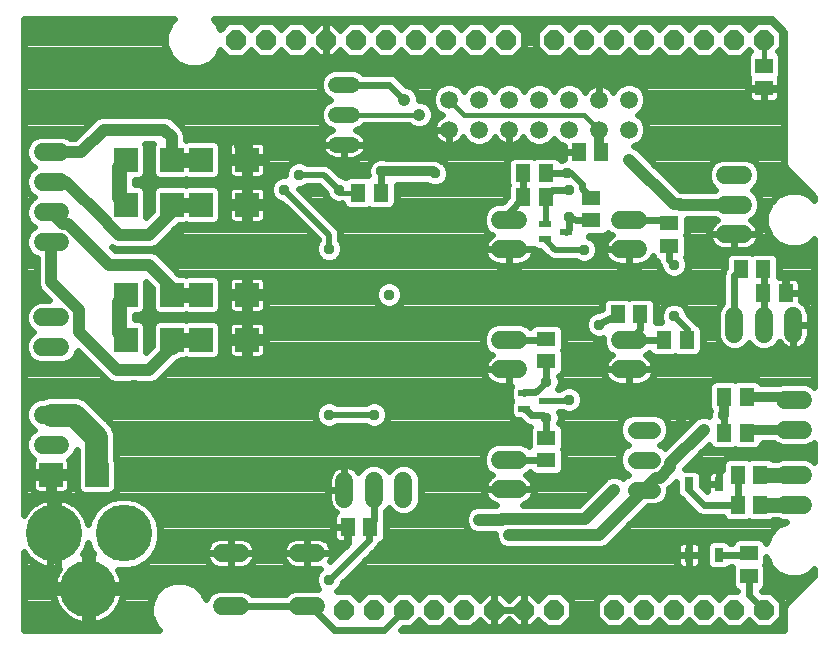
<source format=gbl>
G75*
%MOIN*%
%OFA0B0*%
%FSLAX25Y25*%
%IPPOS*%
%LPD*%
%AMOC8*
5,1,8,0,0,1.08239X$1,22.5*
%
%ADD10R,0.05118X0.05906*%
%ADD11R,0.07874X0.07874*%
%ADD12R,0.03937X0.01969*%
%ADD13C,0.05600*%
%ADD14R,0.03150X0.04724*%
%ADD15R,0.05906X0.05118*%
%ADD16R,0.06299X0.05118*%
%ADD17C,0.05200*%
%ADD18C,0.06000*%
%ADD19OC8,0.06600*%
%ADD20C,0.05937*%
%ADD21C,0.05937*%
%ADD22C,0.18898*%
%ADD23C,0.03765*%
%ADD24C,0.03200*%
%ADD25C,0.02400*%
%ADD26C,0.04000*%
%ADD27C,0.01600*%
%ADD28C,0.04159*%
%ADD29C,0.05000*%
%ADD30C,0.02000*%
%ADD31C,0.07500*%
D10*
X0129833Y0042500D03*
X0137313Y0042500D03*
X0219833Y0113500D03*
X0227313Y0113500D03*
X0235333Y0105000D03*
X0242813Y0105000D03*
X0255333Y0086000D03*
X0262813Y0086000D03*
X0262813Y0074000D03*
X0255333Y0074000D03*
X0259833Y0060000D03*
X0267313Y0060000D03*
X0267313Y0050000D03*
X0259833Y0050000D03*
X0268333Y0120500D03*
X0275813Y0120500D03*
X0268313Y0128500D03*
X0260833Y0128500D03*
X0214313Y0167500D03*
X0206833Y0167500D03*
X0195813Y0160500D03*
X0188333Y0160500D03*
X0188333Y0152500D03*
X0195813Y0152500D03*
X0140813Y0154000D03*
X0133333Y0154000D03*
D11*
X0096211Y0150000D03*
X0096211Y0165000D03*
X0080935Y0165000D03*
X0071211Y0165000D03*
X0055935Y0165000D03*
X0055935Y0150000D03*
X0071211Y0150000D03*
X0080935Y0150000D03*
X0080935Y0120000D03*
X0071211Y0120000D03*
X0055935Y0120000D03*
X0055935Y0105000D03*
X0071211Y0105000D03*
X0080935Y0105000D03*
X0096211Y0105000D03*
X0096211Y0120000D03*
X0046211Y0060000D03*
X0030935Y0060000D03*
D12*
X0188530Y0081941D03*
X0188530Y0087059D03*
X0195616Y0084500D03*
X0195530Y0138441D03*
X0202616Y0141000D03*
X0195530Y0143559D03*
D13*
X0225773Y0075000D02*
X0231373Y0075000D01*
X0231373Y0065000D02*
X0225773Y0065000D01*
X0225773Y0055000D02*
X0231373Y0055000D01*
D14*
X0243573Y0056811D03*
X0253573Y0056811D03*
X0253573Y0033189D03*
X0243573Y0033189D03*
D15*
X0263573Y0033740D03*
X0263573Y0026260D03*
X0196073Y0064760D03*
X0196073Y0072240D03*
X0196073Y0097760D03*
X0196073Y0105240D03*
X0237073Y0136260D03*
X0237073Y0143740D03*
X0268573Y0188760D03*
X0268573Y0196240D03*
D16*
X0211073Y0152240D03*
X0211073Y0144760D03*
D17*
X0131173Y0170000D02*
X0125973Y0170000D01*
X0125973Y0180000D02*
X0131173Y0180000D01*
X0131173Y0190000D02*
X0125973Y0190000D01*
D18*
X0180573Y0144921D02*
X0186573Y0144921D01*
X0186573Y0135079D02*
X0180573Y0135079D01*
X0220573Y0135079D02*
X0226573Y0135079D01*
X0226573Y0144921D02*
X0220573Y0144921D01*
X0255573Y0140157D02*
X0261573Y0140157D01*
X0261573Y0150000D02*
X0255573Y0150000D01*
X0255573Y0159843D02*
X0261573Y0159843D01*
X0258730Y0113000D02*
X0258730Y0107000D01*
X0268573Y0107000D02*
X0268573Y0113000D01*
X0278415Y0113000D02*
X0278415Y0107000D01*
X0226573Y0104921D02*
X0220573Y0104921D01*
X0220573Y0095079D02*
X0226573Y0095079D01*
X0186573Y0095079D02*
X0180573Y0095079D01*
X0180573Y0104921D02*
X0186573Y0104921D01*
X0186573Y0064921D02*
X0180573Y0064921D01*
X0180573Y0055079D02*
X0186573Y0055079D01*
X0148415Y0058000D02*
X0148415Y0052000D01*
X0138573Y0052000D02*
X0138573Y0058000D01*
X0128730Y0058000D02*
X0128730Y0052000D01*
X0119373Y0033900D02*
X0113373Y0033900D01*
X0093773Y0033900D02*
X0087773Y0033900D01*
X0087773Y0016100D02*
X0093773Y0016100D01*
X0113373Y0016100D02*
X0119373Y0016100D01*
X0034073Y0102579D02*
X0028073Y0102579D01*
X0028073Y0112421D02*
X0034073Y0112421D01*
D19*
X0092573Y0205000D03*
X0102573Y0205000D03*
X0112573Y0205000D03*
X0122573Y0205000D03*
X0132573Y0205000D03*
X0142573Y0205000D03*
X0152573Y0205000D03*
X0162573Y0205000D03*
X0172573Y0205000D03*
X0182573Y0205000D03*
X0198573Y0205000D03*
X0208573Y0205000D03*
X0218573Y0205000D03*
X0228573Y0205000D03*
X0238573Y0205000D03*
X0248573Y0205000D03*
X0258573Y0205000D03*
X0268573Y0205000D03*
X0268573Y0015000D03*
X0258573Y0015000D03*
X0248573Y0015000D03*
X0238573Y0015000D03*
X0228573Y0015000D03*
X0218573Y0015000D03*
X0198573Y0015000D03*
X0188573Y0015000D03*
X0178573Y0015000D03*
X0168573Y0015000D03*
X0158573Y0015000D03*
X0148573Y0015000D03*
X0138573Y0015000D03*
X0128573Y0015000D03*
D20*
X0163573Y0175000D03*
X0173573Y0175000D03*
X0183573Y0175000D03*
X0193573Y0175000D03*
X0203573Y0175000D03*
X0213573Y0175000D03*
X0223573Y0175000D03*
X0223573Y0185000D03*
X0213573Y0185000D03*
X0203573Y0185000D03*
X0193573Y0185000D03*
X0183573Y0185000D03*
X0173573Y0185000D03*
X0163573Y0185000D03*
D21*
X0034041Y0167500D02*
X0028104Y0167500D01*
X0028104Y0157500D02*
X0034041Y0157500D01*
X0034041Y0147500D02*
X0028104Y0147500D01*
X0028104Y0137500D02*
X0034041Y0137500D01*
X0034041Y0080000D02*
X0028104Y0080000D01*
X0028104Y0070000D02*
X0034041Y0070000D01*
X0275604Y0075000D02*
X0281541Y0075000D01*
X0281541Y0085000D02*
X0275604Y0085000D01*
X0275604Y0060000D02*
X0281541Y0060000D01*
X0281541Y0050000D02*
X0275604Y0050000D01*
D22*
X0055148Y0040394D03*
X0043337Y0021890D03*
X0031919Y0040394D03*
D23*
X0063573Y0070000D03*
X0058573Y0089917D03*
X0063573Y0095000D03*
X0088573Y0090000D03*
X0123573Y0080000D03*
X0138573Y0080000D03*
X0148573Y0095000D03*
X0143573Y0120000D03*
X0123573Y0135283D03*
X0146073Y0147500D03*
X0158960Y0160387D03*
X0141073Y0161035D03*
X0126790Y0155000D03*
X0113573Y0160000D03*
X0108573Y0155000D03*
X0093573Y0170000D03*
X0068573Y0175000D03*
X0063573Y0180583D03*
X0063573Y0140000D03*
X0073573Y0140000D03*
X0063573Y0130000D03*
X0173573Y0045000D03*
X0183573Y0040000D03*
X0218573Y0055000D03*
X0228573Y0045000D03*
X0248573Y0045000D03*
X0248573Y0075000D03*
X0241073Y0077500D03*
X0255073Y0080000D03*
X0213573Y0110000D03*
X0238573Y0112748D03*
X0238573Y0130000D03*
X0208573Y0135000D03*
X0203573Y0146000D03*
X0203573Y0155000D03*
X0203045Y0160528D03*
X0223573Y0165000D03*
X0196073Y0091000D03*
X0203573Y0085000D03*
X0196073Y0079000D03*
X0123573Y0025000D03*
D24*
X0255226Y0079946D02*
X0255333Y0086000D01*
X0262813Y0086000D02*
X0277573Y0086000D01*
X0278573Y0085000D01*
X0278573Y0075000D02*
X0263813Y0075000D01*
X0262813Y0074000D01*
X0278415Y0110000D02*
X0278573Y0110000D01*
X0214313Y0167500D02*
X0213573Y0168346D01*
X0213573Y0175000D01*
X0158960Y0160387D02*
X0158311Y0161035D01*
X0141073Y0161035D01*
D25*
X0021773Y0034271D02*
X0021773Y0008200D01*
X0066939Y0008200D01*
X0065520Y0009619D01*
X0064074Y0013110D01*
X0064074Y0016890D01*
X0065520Y0020381D01*
X0068192Y0023053D01*
X0071683Y0024499D01*
X0075462Y0024499D01*
X0078954Y0023053D01*
X0081626Y0020381D01*
X0082447Y0018398D01*
X0082856Y0019385D01*
X0084487Y0021017D01*
X0086619Y0021900D01*
X0094927Y0021900D01*
X0097058Y0021017D01*
X0097975Y0020100D01*
X0109170Y0020100D01*
X0110087Y0021017D01*
X0112219Y0021900D01*
X0120051Y0021900D01*
X0119603Y0022347D01*
X0118890Y0024069D01*
X0118890Y0025931D01*
X0119603Y0027653D01*
X0120573Y0028623D01*
X0119798Y0028500D01*
X0116373Y0028500D01*
X0116373Y0033900D01*
X0124773Y0033900D01*
X0124773Y0034325D01*
X0124640Y0035165D01*
X0124377Y0035973D01*
X0123991Y0036730D01*
X0123492Y0037418D01*
X0122891Y0038019D01*
X0122203Y0038518D01*
X0121446Y0038904D01*
X0120637Y0039167D01*
X0119798Y0039300D01*
X0116373Y0039300D01*
X0116373Y0033900D01*
X0116373Y0033900D01*
X0124773Y0033900D01*
X0124773Y0033475D01*
X0124640Y0032635D01*
X0124377Y0031827D01*
X0123997Y0031081D01*
X0130063Y0037147D01*
X0129912Y0037147D01*
X0129912Y0042420D01*
X0129753Y0042420D01*
X0129753Y0037147D01*
X0127037Y0037147D01*
X0126574Y0037239D01*
X0126137Y0037420D01*
X0125744Y0037683D01*
X0125409Y0038017D01*
X0125147Y0038410D01*
X0124966Y0038847D01*
X0124874Y0039311D01*
X0124874Y0042420D01*
X0129753Y0042420D01*
X0129753Y0042580D01*
X0124874Y0042580D01*
X0124874Y0045689D01*
X0124966Y0046153D01*
X0125147Y0046590D01*
X0125409Y0046983D01*
X0125744Y0047317D01*
X0125871Y0047402D01*
X0125212Y0047881D01*
X0124611Y0048482D01*
X0124112Y0049170D01*
X0123726Y0049927D01*
X0123463Y0050735D01*
X0123330Y0051575D01*
X0123330Y0055000D01*
X0128730Y0055000D01*
X0128730Y0055000D01*
X0123330Y0055000D01*
X0123330Y0058425D01*
X0123463Y0059265D01*
X0123726Y0060073D01*
X0124112Y0060830D01*
X0124611Y0061518D01*
X0125212Y0062119D01*
X0125900Y0062618D01*
X0126657Y0063004D01*
X0127466Y0063267D01*
X0128305Y0063400D01*
X0128730Y0063400D01*
X0128730Y0055000D01*
X0128730Y0055000D01*
X0128730Y0063400D01*
X0129155Y0063400D01*
X0129995Y0063267D01*
X0130803Y0063004D01*
X0131561Y0062618D01*
X0132248Y0062119D01*
X0132849Y0061518D01*
X0133349Y0060830D01*
X0133414Y0060702D01*
X0133656Y0061285D01*
X0135287Y0062917D01*
X0137419Y0063800D01*
X0139727Y0063800D01*
X0141858Y0062917D01*
X0143490Y0061285D01*
X0143494Y0061275D01*
X0143498Y0061285D01*
X0145130Y0062917D01*
X0147262Y0063800D01*
X0149569Y0063800D01*
X0151701Y0062917D01*
X0153332Y0061285D01*
X0154215Y0059154D01*
X0154215Y0050846D01*
X0153332Y0048715D01*
X0151701Y0047083D01*
X0149569Y0046200D01*
X0147262Y0046200D01*
X0145130Y0047083D01*
X0143498Y0048715D01*
X0143494Y0048725D01*
X0143490Y0048715D01*
X0142573Y0047798D01*
X0142573Y0046249D01*
X0142672Y0046010D01*
X0142672Y0038990D01*
X0142246Y0037961D01*
X0141458Y0037174D01*
X0140619Y0036826D01*
X0140310Y0036081D01*
X0139185Y0034955D01*
X0139185Y0034955D01*
X0128225Y0023996D01*
X0127543Y0022347D01*
X0126295Y0021100D01*
X0131100Y0021100D01*
X0133573Y0018627D01*
X0136046Y0021100D01*
X0141100Y0021100D01*
X0143573Y0018627D01*
X0146046Y0021100D01*
X0151100Y0021100D01*
X0153573Y0018627D01*
X0156046Y0021100D01*
X0161100Y0021100D01*
X0163573Y0018627D01*
X0166046Y0021100D01*
X0171100Y0021100D01*
X0173856Y0018344D01*
X0176212Y0020700D01*
X0178573Y0020700D01*
X0178573Y0015000D01*
X0184273Y0015000D01*
X0188573Y0015000D01*
X0188573Y0015000D01*
X0188573Y0020700D01*
X0190934Y0020700D01*
X0193290Y0018344D01*
X0196046Y0021100D01*
X0201100Y0021100D01*
X0204673Y0017527D01*
X0204673Y0012473D01*
X0201100Y0008900D01*
X0196046Y0008900D01*
X0193290Y0011656D01*
X0190934Y0009300D01*
X0188573Y0009300D01*
X0188573Y0015000D01*
X0188573Y0015000D01*
X0188573Y0020700D01*
X0186212Y0020700D01*
X0183573Y0018061D01*
X0180934Y0020700D01*
X0178573Y0020700D01*
X0178573Y0015000D01*
X0178573Y0015000D01*
X0188573Y0015000D01*
X0188573Y0009300D01*
X0186212Y0009300D01*
X0183573Y0011939D01*
X0180934Y0009300D01*
X0178573Y0009300D01*
X0178573Y0015000D01*
X0178573Y0015000D01*
X0178573Y0015000D01*
X0178573Y0009300D01*
X0176212Y0009300D01*
X0173856Y0011656D01*
X0171100Y0008900D01*
X0166046Y0008900D01*
X0163573Y0011373D01*
X0161100Y0008900D01*
X0156046Y0008900D01*
X0153573Y0011373D01*
X0151100Y0008900D01*
X0148130Y0008900D01*
X0147430Y0008200D01*
X0275373Y0008200D01*
X0275373Y0015637D01*
X0275860Y0016813D01*
X0285373Y0026325D01*
X0285373Y0028366D01*
X0283954Y0026947D01*
X0280462Y0025501D01*
X0276683Y0025501D01*
X0273192Y0026947D01*
X0270520Y0029619D01*
X0269326Y0032502D01*
X0269326Y0030624D01*
X0269067Y0030000D01*
X0269326Y0029376D01*
X0269326Y0023144D01*
X0268899Y0022115D01*
X0268112Y0021327D01*
X0267964Y0021266D01*
X0268130Y0021100D01*
X0271100Y0021100D01*
X0274673Y0017527D01*
X0274673Y0012473D01*
X0271100Y0008900D01*
X0266046Y0008900D01*
X0263573Y0011373D01*
X0261100Y0008900D01*
X0256046Y0008900D01*
X0253573Y0011373D01*
X0251100Y0008900D01*
X0246046Y0008900D01*
X0243573Y0011373D01*
X0241100Y0008900D01*
X0236046Y0008900D01*
X0233573Y0011373D01*
X0231100Y0008900D01*
X0226046Y0008900D01*
X0223573Y0011373D01*
X0221100Y0008900D01*
X0216046Y0008900D01*
X0212473Y0012473D01*
X0212473Y0017527D01*
X0216046Y0021100D01*
X0221100Y0021100D01*
X0223573Y0018627D01*
X0226046Y0021100D01*
X0231100Y0021100D01*
X0233573Y0018627D01*
X0236046Y0021100D01*
X0241100Y0021100D01*
X0243573Y0018627D01*
X0246046Y0021100D01*
X0251100Y0021100D01*
X0253573Y0018627D01*
X0256046Y0021100D01*
X0259573Y0021100D01*
X0259573Y0021104D01*
X0259034Y0021327D01*
X0258246Y0022115D01*
X0257820Y0023144D01*
X0257820Y0029346D01*
X0257565Y0029346D01*
X0257521Y0029241D01*
X0256734Y0028453D01*
X0255705Y0028027D01*
X0251441Y0028027D01*
X0250412Y0028453D01*
X0249624Y0029241D01*
X0249198Y0030270D01*
X0249198Y0036108D01*
X0249624Y0037137D01*
X0250412Y0037925D01*
X0251441Y0038351D01*
X0255705Y0038351D01*
X0256734Y0037925D01*
X0257312Y0037346D01*
X0258023Y0037346D01*
X0258246Y0037885D01*
X0259034Y0038673D01*
X0260063Y0039099D01*
X0267083Y0039099D01*
X0268112Y0038673D01*
X0268899Y0037885D01*
X0269193Y0037177D01*
X0270520Y0040381D01*
X0273192Y0043053D01*
X0276037Y0044231D01*
X0274457Y0044231D01*
X0273326Y0044700D01*
X0271485Y0044700D01*
X0271458Y0044674D01*
X0270429Y0044247D01*
X0264197Y0044247D01*
X0263573Y0044506D01*
X0262949Y0044247D01*
X0256717Y0044247D01*
X0255688Y0044674D01*
X0254900Y0045461D01*
X0254677Y0046000D01*
X0247777Y0046000D01*
X0246307Y0046609D01*
X0241307Y0051609D01*
X0241144Y0051772D01*
X0240412Y0052075D01*
X0239624Y0052863D01*
X0239198Y0053892D01*
X0239198Y0057552D01*
X0236973Y0055326D01*
X0236973Y0053886D01*
X0236120Y0051828D01*
X0234545Y0050253D01*
X0232487Y0049400D01*
X0229761Y0049400D01*
X0217642Y0037281D01*
X0216292Y0035931D01*
X0214528Y0035200D01*
X0182618Y0035200D01*
X0180854Y0035931D01*
X0179504Y0037281D01*
X0178773Y0039045D01*
X0178773Y0040200D01*
X0172618Y0040200D01*
X0170854Y0040931D01*
X0169504Y0042281D01*
X0168773Y0044045D01*
X0168773Y0045955D01*
X0169504Y0047719D01*
X0170854Y0049069D01*
X0172618Y0049800D01*
X0179382Y0049800D01*
X0179308Y0049812D01*
X0178500Y0050074D01*
X0177743Y0050460D01*
X0177055Y0050960D01*
X0176454Y0051561D01*
X0175954Y0052249D01*
X0175568Y0053006D01*
X0175306Y0053814D01*
X0175173Y0054654D01*
X0175173Y0055079D01*
X0183573Y0055079D01*
X0191973Y0055079D01*
X0191973Y0055504D01*
X0191840Y0056343D01*
X0191577Y0057152D01*
X0191191Y0057909D01*
X0190692Y0058597D01*
X0190091Y0059198D01*
X0189403Y0059697D01*
X0189275Y0059763D01*
X0189858Y0060004D01*
X0190665Y0060811D01*
X0190746Y0060615D01*
X0191534Y0059827D01*
X0192563Y0059401D01*
X0199583Y0059401D01*
X0200612Y0059827D01*
X0201399Y0060615D01*
X0201826Y0061644D01*
X0201826Y0067876D01*
X0201567Y0068500D01*
X0201826Y0069124D01*
X0201826Y0075356D01*
X0201399Y0076385D01*
X0200612Y0077173D01*
X0200418Y0077253D01*
X0200755Y0078069D01*
X0200755Y0079931D01*
X0200411Y0080763D01*
X0201529Y0080778D01*
X0202641Y0080317D01*
X0204504Y0080317D01*
X0206225Y0081030D01*
X0207543Y0082347D01*
X0208255Y0084069D01*
X0208255Y0085931D01*
X0207543Y0087653D01*
X0206225Y0088970D01*
X0204504Y0089683D01*
X0202641Y0089683D01*
X0200920Y0088970D01*
X0200313Y0088362D01*
X0200047Y0088359D01*
X0200755Y0090069D01*
X0200755Y0091931D01*
X0200418Y0092747D01*
X0200612Y0092827D01*
X0201399Y0093615D01*
X0201826Y0094644D01*
X0201826Y0100876D01*
X0201567Y0101500D01*
X0201826Y0102124D01*
X0201826Y0108356D01*
X0201399Y0109385D01*
X0200612Y0110173D01*
X0199583Y0110599D01*
X0192563Y0110599D01*
X0191534Y0110173D01*
X0190746Y0109385D01*
X0190619Y0109078D01*
X0189858Y0109838D01*
X0187727Y0110721D01*
X0179419Y0110721D01*
X0177287Y0109838D01*
X0175656Y0108207D01*
X0174773Y0106075D01*
X0174773Y0103768D01*
X0175656Y0101636D01*
X0177287Y0100004D01*
X0177871Y0099763D01*
X0177743Y0099697D01*
X0177055Y0099198D01*
X0176454Y0098597D01*
X0175954Y0097909D01*
X0175568Y0097152D01*
X0175306Y0096343D01*
X0175173Y0095504D01*
X0175173Y0095079D01*
X0183573Y0095079D01*
X0183573Y0095079D01*
X0183573Y0089679D01*
X0184237Y0089679D01*
X0184187Y0089629D01*
X0183761Y0088600D01*
X0183761Y0085518D01*
X0184183Y0084500D01*
X0183761Y0083482D01*
X0183761Y0080400D01*
X0184187Y0079371D01*
X0184975Y0078583D01*
X0186004Y0078157D01*
X0187213Y0078157D01*
X0187292Y0078124D01*
X0188807Y0076609D01*
X0190277Y0076000D01*
X0190587Y0076000D01*
X0190320Y0075356D01*
X0190320Y0069376D01*
X0189858Y0069838D01*
X0187727Y0070721D01*
X0179419Y0070721D01*
X0177287Y0069838D01*
X0175656Y0068207D01*
X0174773Y0066075D01*
X0174773Y0063768D01*
X0175656Y0061636D01*
X0177287Y0060004D01*
X0177871Y0059763D01*
X0177743Y0059697D01*
X0177055Y0059198D01*
X0176454Y0058597D01*
X0175954Y0057909D01*
X0175568Y0057152D01*
X0175306Y0056343D01*
X0175173Y0055504D01*
X0175173Y0055079D01*
X0183573Y0055079D01*
X0183573Y0055079D01*
X0191973Y0055079D01*
X0191973Y0054654D01*
X0191840Y0053814D01*
X0191577Y0053006D01*
X0191191Y0052249D01*
X0190692Y0051561D01*
X0190091Y0050960D01*
X0189403Y0050460D01*
X0188646Y0050074D01*
X0188417Y0050000D01*
X0206785Y0050000D01*
X0215854Y0059069D01*
X0217618Y0059800D01*
X0219528Y0059800D01*
X0221292Y0059069D01*
X0221607Y0058754D01*
X0222601Y0059747D01*
X0223210Y0060000D01*
X0222601Y0060253D01*
X0221025Y0061828D01*
X0220173Y0063886D01*
X0220173Y0066114D01*
X0221025Y0068172D01*
X0222601Y0069747D01*
X0223210Y0070000D01*
X0222601Y0070253D01*
X0221025Y0071828D01*
X0220173Y0073886D01*
X0220173Y0076114D01*
X0221025Y0078172D01*
X0222601Y0079747D01*
X0224659Y0080600D01*
X0232487Y0080600D01*
X0234545Y0079747D01*
X0236120Y0078172D01*
X0236973Y0076114D01*
X0236973Y0073886D01*
X0236120Y0071828D01*
X0234545Y0070253D01*
X0233935Y0070000D01*
X0234545Y0069747D01*
X0235539Y0068754D01*
X0245854Y0079069D01*
X0247618Y0079800D01*
X0249528Y0079800D01*
X0250390Y0079443D01*
X0250390Y0080931D01*
X0250548Y0081313D01*
X0250400Y0081461D01*
X0249974Y0082490D01*
X0249974Y0089510D01*
X0250400Y0090539D01*
X0251188Y0091326D01*
X0252217Y0091753D01*
X0258449Y0091753D01*
X0259073Y0091494D01*
X0259697Y0091753D01*
X0265929Y0091753D01*
X0266958Y0091326D01*
X0267746Y0090539D01*
X0267803Y0090400D01*
X0273567Y0090400D01*
X0274457Y0090768D01*
X0282689Y0090768D01*
X0284809Y0089890D01*
X0285373Y0089326D01*
X0285373Y0138366D01*
X0283954Y0136947D01*
X0280462Y0135501D01*
X0276683Y0135501D01*
X0273192Y0136947D01*
X0270520Y0139619D01*
X0269074Y0143110D01*
X0269074Y0146890D01*
X0270520Y0150381D01*
X0273192Y0153053D01*
X0276683Y0154499D01*
X0280462Y0154499D01*
X0283954Y0153053D01*
X0285373Y0151634D01*
X0285373Y0152675D01*
X0276760Y0161287D01*
X0275860Y0162187D01*
X0275373Y0163363D01*
X0275373Y0207675D01*
X0271247Y0211800D01*
X0085207Y0211800D01*
X0086626Y0210381D01*
X0087417Y0208471D01*
X0090046Y0211100D01*
X0095100Y0211100D01*
X0097573Y0208627D01*
X0100046Y0211100D01*
X0105100Y0211100D01*
X0107573Y0208627D01*
X0110046Y0211100D01*
X0115100Y0211100D01*
X0117856Y0208344D01*
X0120212Y0210700D01*
X0122573Y0210700D01*
X0122573Y0205000D01*
X0122573Y0205000D01*
X0122573Y0199300D01*
X0124934Y0199300D01*
X0127290Y0201656D01*
X0130046Y0198900D01*
X0135100Y0198900D01*
X0137573Y0201373D01*
X0140046Y0198900D01*
X0145100Y0198900D01*
X0147573Y0201373D01*
X0150046Y0198900D01*
X0155100Y0198900D01*
X0157573Y0201373D01*
X0160046Y0198900D01*
X0165100Y0198900D01*
X0167573Y0201373D01*
X0170046Y0198900D01*
X0175100Y0198900D01*
X0177573Y0201373D01*
X0180046Y0198900D01*
X0185100Y0198900D01*
X0188673Y0202473D01*
X0188673Y0207527D01*
X0185100Y0211100D01*
X0180046Y0211100D01*
X0177573Y0208627D01*
X0175100Y0211100D01*
X0170046Y0211100D01*
X0167573Y0208627D01*
X0165100Y0211100D01*
X0160046Y0211100D01*
X0157573Y0208627D01*
X0155100Y0211100D01*
X0150046Y0211100D01*
X0147573Y0208627D01*
X0145100Y0211100D01*
X0140046Y0211100D01*
X0137573Y0208627D01*
X0135100Y0211100D01*
X0130046Y0211100D01*
X0127290Y0208344D01*
X0124934Y0210700D01*
X0122573Y0210700D01*
X0122573Y0205000D01*
X0122573Y0205000D01*
X0122573Y0199300D01*
X0120212Y0199300D01*
X0117856Y0201656D01*
X0115100Y0198900D01*
X0110046Y0198900D01*
X0107573Y0201373D01*
X0105100Y0198900D01*
X0100046Y0198900D01*
X0097573Y0201373D01*
X0095100Y0198900D01*
X0090046Y0198900D01*
X0087417Y0201529D01*
X0086626Y0199619D01*
X0083954Y0196947D01*
X0080462Y0195501D01*
X0076683Y0195501D01*
X0073192Y0196947D01*
X0070520Y0199619D01*
X0069074Y0203110D01*
X0069074Y0206890D01*
X0070520Y0210381D01*
X0071939Y0211800D01*
X0021773Y0211800D01*
X0021773Y0046517D01*
X0022241Y0047261D01*
X0023070Y0048302D01*
X0024011Y0049243D01*
X0025052Y0050072D01*
X0026179Y0050780D01*
X0027378Y0051358D01*
X0028634Y0051797D01*
X0029931Y0052094D01*
X0030719Y0052182D01*
X0030719Y0041594D01*
X0033119Y0041594D01*
X0033119Y0052182D01*
X0033907Y0052094D01*
X0035205Y0051797D01*
X0036461Y0051358D01*
X0037660Y0050780D01*
X0038787Y0050072D01*
X0039827Y0049243D01*
X0040768Y0048302D01*
X0041598Y0047261D01*
X0042306Y0046134D01*
X0042883Y0044935D01*
X0043323Y0043679D01*
X0043334Y0043630D01*
X0043734Y0045122D01*
X0045346Y0047915D01*
X0047627Y0050195D01*
X0050420Y0051808D01*
X0053535Y0052643D01*
X0056760Y0052643D01*
X0059876Y0051808D01*
X0062669Y0050195D01*
X0064949Y0047915D01*
X0066562Y0045122D01*
X0067396Y0042006D01*
X0067396Y0038781D01*
X0066562Y0035666D01*
X0064949Y0032873D01*
X0062669Y0030592D01*
X0059876Y0028980D01*
X0056760Y0028145D01*
X0053535Y0028145D01*
X0053373Y0028188D01*
X0053723Y0027630D01*
X0054301Y0026431D01*
X0054740Y0025175D01*
X0055036Y0023878D01*
X0055125Y0023090D01*
X0044537Y0023090D01*
X0044537Y0020690D01*
X0055125Y0020690D01*
X0055036Y0019902D01*
X0054740Y0018604D01*
X0054301Y0017348D01*
X0053723Y0016149D01*
X0053015Y0015022D01*
X0052186Y0013982D01*
X0051244Y0013041D01*
X0050204Y0012211D01*
X0049077Y0011503D01*
X0047878Y0010926D01*
X0046622Y0010486D01*
X0045324Y0010190D01*
X0044537Y0010101D01*
X0044537Y0020690D01*
X0042137Y0020690D01*
X0042137Y0010101D01*
X0041349Y0010190D01*
X0040051Y0010486D01*
X0038795Y0010926D01*
X0037596Y0011503D01*
X0036469Y0012211D01*
X0035429Y0013041D01*
X0034488Y0013982D01*
X0033658Y0015022D01*
X0032950Y0016149D01*
X0032372Y0017348D01*
X0031933Y0018604D01*
X0031637Y0019902D01*
X0031548Y0020690D01*
X0042137Y0020690D01*
X0042137Y0023090D01*
X0042137Y0033678D01*
X0041660Y0033625D01*
X0042306Y0034653D01*
X0042883Y0035852D01*
X0043323Y0037108D01*
X0043334Y0037157D01*
X0043734Y0035666D01*
X0044905Y0033637D01*
X0044537Y0033678D01*
X0044537Y0023090D01*
X0042137Y0023090D01*
X0031548Y0023090D01*
X0031637Y0023878D01*
X0031933Y0025175D01*
X0032372Y0026431D01*
X0032950Y0027630D01*
X0033596Y0028659D01*
X0033119Y0028605D01*
X0033119Y0039194D01*
X0030719Y0039194D01*
X0030719Y0028605D01*
X0029931Y0028694D01*
X0028634Y0028990D01*
X0027378Y0029430D01*
X0026179Y0030007D01*
X0025052Y0030715D01*
X0024011Y0031545D01*
X0023070Y0032486D01*
X0022241Y0033526D01*
X0021773Y0034271D01*
X0021773Y0033782D02*
X0022080Y0033782D01*
X0021773Y0031384D02*
X0024214Y0031384D01*
X0021773Y0028985D02*
X0028655Y0028985D01*
X0030719Y0028985D02*
X0033119Y0028985D01*
X0033119Y0031384D02*
X0030719Y0031384D01*
X0030719Y0033782D02*
X0033119Y0033782D01*
X0033119Y0036181D02*
X0030719Y0036181D01*
X0030719Y0038579D02*
X0033119Y0038579D01*
X0033119Y0043376D02*
X0030719Y0043376D01*
X0030719Y0045775D02*
X0033119Y0045775D01*
X0033119Y0048173D02*
X0030719Y0048173D01*
X0030719Y0050572D02*
X0033119Y0050572D01*
X0031704Y0053663D02*
X0035108Y0053663D01*
X0035572Y0053755D01*
X0036009Y0053936D01*
X0036402Y0054199D01*
X0036736Y0054533D01*
X0036999Y0054926D01*
X0037180Y0055363D01*
X0037272Y0055827D01*
X0037272Y0059231D01*
X0031704Y0059231D01*
X0031704Y0060769D01*
X0037272Y0060769D01*
X0037272Y0064173D01*
X0037180Y0064637D01*
X0037032Y0064995D01*
X0037309Y0065110D01*
X0038932Y0066732D01*
X0039523Y0068160D01*
X0039523Y0064613D01*
X0039474Y0064494D01*
X0039474Y0055506D01*
X0039900Y0054477D01*
X0040688Y0053689D01*
X0041717Y0053263D01*
X0050705Y0053263D01*
X0051734Y0053689D01*
X0052521Y0054477D01*
X0052948Y0055506D01*
X0052948Y0064494D01*
X0052623Y0065278D01*
X0052623Y0073803D01*
X0051626Y0076210D01*
X0049783Y0078053D01*
X0042283Y0085553D01*
X0039876Y0086550D01*
X0029770Y0086550D01*
X0027883Y0085768D01*
X0026957Y0085768D01*
X0024837Y0084890D01*
X0023214Y0083268D01*
X0022336Y0081147D01*
X0022336Y0078853D01*
X0023214Y0076732D01*
X0024837Y0075110D01*
X0025102Y0075000D01*
X0024837Y0074890D01*
X0023214Y0073268D01*
X0022336Y0071147D01*
X0022336Y0068853D01*
X0023214Y0066732D01*
X0024837Y0065110D01*
X0024882Y0065091D01*
X0024871Y0065074D01*
X0024690Y0064637D01*
X0024598Y0064173D01*
X0024598Y0060769D01*
X0030166Y0060769D01*
X0030166Y0059231D01*
X0030167Y0059231D02*
X0031704Y0059231D01*
X0031704Y0053663D01*
X0030167Y0053663D02*
X0030167Y0059231D01*
X0030166Y0059231D02*
X0024598Y0059231D01*
X0024598Y0055827D01*
X0024690Y0055363D01*
X0024871Y0054926D01*
X0025134Y0054533D01*
X0025468Y0054199D01*
X0025861Y0053936D01*
X0026298Y0053755D01*
X0026762Y0053663D01*
X0030167Y0053663D01*
X0030167Y0055369D02*
X0031704Y0055369D01*
X0031704Y0057767D02*
X0030167Y0057767D01*
X0030166Y0060166D02*
X0021773Y0060166D01*
X0021773Y0062564D02*
X0024598Y0062564D01*
X0024825Y0064963D02*
X0021773Y0064963D01*
X0021773Y0067361D02*
X0022954Y0067361D01*
X0022336Y0069760D02*
X0021773Y0069760D01*
X0021773Y0072158D02*
X0022755Y0072158D01*
X0021773Y0074557D02*
X0024503Y0074557D01*
X0023122Y0076955D02*
X0021773Y0076955D01*
X0021773Y0079354D02*
X0022336Y0079354D01*
X0022586Y0081752D02*
X0021773Y0081752D01*
X0021773Y0084151D02*
X0024097Y0084151D01*
X0021773Y0086549D02*
X0029768Y0086549D01*
X0021773Y0088948D02*
X0183905Y0088948D01*
X0183573Y0089679D02*
X0180148Y0089679D01*
X0179308Y0089812D01*
X0178500Y0090074D01*
X0177743Y0090460D01*
X0177055Y0090960D01*
X0176454Y0091561D01*
X0175954Y0092249D01*
X0175568Y0093006D01*
X0175306Y0093814D01*
X0175173Y0094654D01*
X0175173Y0095079D01*
X0183573Y0095079D01*
X0183573Y0095079D01*
X0183573Y0089679D01*
X0183573Y0091346D02*
X0183573Y0091346D01*
X0183573Y0093745D02*
X0183573Y0093745D01*
X0176668Y0091346D02*
X0066707Y0091346D01*
X0066292Y0090931D02*
X0067642Y0092281D01*
X0073006Y0097645D01*
X0074213Y0098145D01*
X0074331Y0098263D01*
X0075705Y0098263D01*
X0076073Y0098416D01*
X0076441Y0098263D01*
X0085429Y0098263D01*
X0086458Y0098689D01*
X0087246Y0099477D01*
X0087672Y0100506D01*
X0087672Y0109494D01*
X0087246Y0110523D01*
X0086458Y0111311D01*
X0085429Y0111737D01*
X0076441Y0111737D01*
X0076073Y0111584D01*
X0075705Y0111737D01*
X0066717Y0111737D01*
X0065688Y0111311D01*
X0064900Y0110523D01*
X0064474Y0109494D01*
X0064474Y0102689D01*
X0062672Y0100887D01*
X0062672Y0109494D01*
X0062246Y0110523D01*
X0061458Y0111311D01*
X0060429Y0111737D01*
X0058873Y0111737D01*
X0058873Y0113263D01*
X0060429Y0113263D01*
X0061458Y0113689D01*
X0062246Y0114477D01*
X0062672Y0115506D01*
X0062672Y0124113D01*
X0064474Y0122311D01*
X0064474Y0115506D01*
X0064900Y0114477D01*
X0065688Y0113689D01*
X0066717Y0113263D01*
X0075705Y0113263D01*
X0076073Y0113416D01*
X0076441Y0113263D01*
X0085429Y0113263D01*
X0086458Y0113689D01*
X0087246Y0114477D01*
X0087672Y0115506D01*
X0087672Y0124494D01*
X0087246Y0125523D01*
X0086458Y0126311D01*
X0085429Y0126737D01*
X0076441Y0126737D01*
X0076073Y0126584D01*
X0075705Y0126737D01*
X0073624Y0126737D01*
X0067642Y0132719D01*
X0066292Y0134069D01*
X0064528Y0134800D01*
X0052253Y0134800D01*
X0051312Y0135741D01*
X0052618Y0135200D01*
X0064528Y0135200D01*
X0066292Y0135931D01*
X0073624Y0143263D01*
X0075705Y0143263D01*
X0076073Y0143416D01*
X0076441Y0143263D01*
X0085429Y0143263D01*
X0086458Y0143689D01*
X0087246Y0144477D01*
X0087672Y0145506D01*
X0087672Y0154494D01*
X0087246Y0155523D01*
X0086458Y0156311D01*
X0085429Y0156737D01*
X0076441Y0156737D01*
X0076073Y0156584D01*
X0075705Y0156737D01*
X0066717Y0156737D01*
X0065688Y0156311D01*
X0064900Y0155523D01*
X0064474Y0154494D01*
X0064474Y0147689D01*
X0062672Y0145887D01*
X0062672Y0154494D01*
X0062246Y0155523D01*
X0061458Y0156311D01*
X0060429Y0156737D01*
X0058873Y0156737D01*
X0058873Y0158263D01*
X0060429Y0158263D01*
X0061458Y0158689D01*
X0062246Y0159477D01*
X0062672Y0160506D01*
X0062672Y0169494D01*
X0062380Y0170200D01*
X0064766Y0170200D01*
X0064474Y0169494D01*
X0064474Y0160506D01*
X0064900Y0159477D01*
X0065688Y0158689D01*
X0066717Y0158263D01*
X0075705Y0158263D01*
X0076073Y0158416D01*
X0076441Y0158263D01*
X0085429Y0158263D01*
X0086458Y0158689D01*
X0087246Y0159477D01*
X0087672Y0160506D01*
X0087672Y0169494D01*
X0087246Y0170523D01*
X0086458Y0171311D01*
X0085429Y0171737D01*
X0076441Y0171737D01*
X0076073Y0171584D01*
X0076011Y0171610D01*
X0076011Y0173317D01*
X0075280Y0175081D01*
X0072642Y0177719D01*
X0071292Y0179069D01*
X0069528Y0179800D01*
X0047618Y0179800D01*
X0045854Y0179069D01*
X0039085Y0172300D01*
X0037399Y0172300D01*
X0037309Y0172390D01*
X0035189Y0173268D01*
X0026957Y0173268D01*
X0024837Y0172390D01*
X0023214Y0170768D01*
X0022336Y0168647D01*
X0022336Y0166353D01*
X0023214Y0164232D01*
X0024837Y0162610D01*
X0025102Y0162500D01*
X0024837Y0162390D01*
X0023214Y0160768D01*
X0022336Y0158647D01*
X0022336Y0156353D01*
X0023214Y0154232D01*
X0024837Y0152610D01*
X0025102Y0152500D01*
X0024837Y0152390D01*
X0023214Y0150768D01*
X0022336Y0148647D01*
X0022336Y0146353D01*
X0023214Y0144232D01*
X0024837Y0142610D01*
X0025102Y0142500D01*
X0024837Y0142390D01*
X0023214Y0140768D01*
X0022336Y0138647D01*
X0022336Y0136353D01*
X0023214Y0134232D01*
X0024837Y0132610D01*
X0026273Y0132015D01*
X0026273Y0123235D01*
X0027004Y0121470D01*
X0030253Y0118221D01*
X0026919Y0118221D01*
X0024787Y0117338D01*
X0023156Y0115707D01*
X0022273Y0113575D01*
X0022273Y0111268D01*
X0023156Y0109136D01*
X0024787Y0107504D01*
X0024798Y0107500D01*
X0024787Y0107496D01*
X0023156Y0105864D01*
X0022273Y0103732D01*
X0022273Y0101425D01*
X0023156Y0099293D01*
X0024787Y0097662D01*
X0026919Y0096779D01*
X0035227Y0096779D01*
X0037358Y0097662D01*
X0038990Y0099293D01*
X0039797Y0101243D01*
X0050109Y0090931D01*
X0051874Y0090200D01*
X0064528Y0090200D01*
X0066292Y0090931D01*
X0069106Y0093745D02*
X0175328Y0093745D01*
X0175274Y0096143D02*
X0071504Y0096143D01*
X0062725Y0100940D02*
X0062672Y0100940D01*
X0062672Y0103339D02*
X0064474Y0103339D01*
X0064474Y0105737D02*
X0062672Y0105737D01*
X0062672Y0108136D02*
X0064474Y0108136D01*
X0064911Y0110534D02*
X0062234Y0110534D01*
X0058873Y0112933D02*
X0209884Y0112933D01*
X0209603Y0112653D02*
X0208890Y0110931D01*
X0208890Y0109069D01*
X0209603Y0107347D01*
X0210920Y0106030D01*
X0212641Y0105317D01*
X0214504Y0105317D01*
X0214773Y0105429D01*
X0214773Y0103768D01*
X0215656Y0101636D01*
X0217287Y0100004D01*
X0217871Y0099763D01*
X0217743Y0099697D01*
X0217055Y0099198D01*
X0216454Y0098597D01*
X0215954Y0097909D01*
X0215568Y0097152D01*
X0215306Y0096343D01*
X0215173Y0095504D01*
X0215173Y0095079D01*
X0223573Y0095079D01*
X0231973Y0095079D01*
X0231973Y0095504D01*
X0231840Y0096343D01*
X0231577Y0097152D01*
X0231191Y0097909D01*
X0230692Y0098597D01*
X0230091Y0099198D01*
X0229403Y0099697D01*
X0229275Y0099763D01*
X0229858Y0100004D01*
X0230375Y0100521D01*
X0230400Y0100461D01*
X0231188Y0099674D01*
X0232217Y0099247D01*
X0238449Y0099247D01*
X0239073Y0099506D01*
X0239697Y0099247D01*
X0245929Y0099247D01*
X0246958Y0099674D01*
X0247746Y0100461D01*
X0248172Y0101490D01*
X0248172Y0108510D01*
X0247746Y0109539D01*
X0246958Y0110326D01*
X0246271Y0110611D01*
X0246204Y0110774D01*
X0245079Y0111899D01*
X0243225Y0113752D01*
X0242543Y0115401D01*
X0241225Y0116718D01*
X0239504Y0117431D01*
X0237641Y0117431D01*
X0235920Y0116718D01*
X0234603Y0115401D01*
X0233890Y0113679D01*
X0233890Y0111817D01*
X0234331Y0110753D01*
X0232672Y0110753D01*
X0232672Y0117010D01*
X0232246Y0118039D01*
X0231458Y0118826D01*
X0230429Y0119253D01*
X0224197Y0119253D01*
X0223573Y0118994D01*
X0222949Y0119253D01*
X0216717Y0119253D01*
X0215688Y0118826D01*
X0214900Y0118039D01*
X0214474Y0117010D01*
X0214474Y0115279D01*
X0213290Y0114683D01*
X0212641Y0114683D01*
X0210920Y0113970D01*
X0209603Y0112653D01*
X0208890Y0110534D02*
X0199739Y0110534D01*
X0201826Y0108136D02*
X0209276Y0108136D01*
X0211627Y0105737D02*
X0201826Y0105737D01*
X0201826Y0103339D02*
X0214950Y0103339D01*
X0216351Y0100940D02*
X0201799Y0100940D01*
X0201826Y0098542D02*
X0216414Y0098542D01*
X0215274Y0096143D02*
X0201826Y0096143D01*
X0201453Y0093745D02*
X0215328Y0093745D01*
X0215306Y0093814D02*
X0215568Y0093006D01*
X0215954Y0092249D01*
X0216454Y0091561D01*
X0217055Y0090960D01*
X0217743Y0090460D01*
X0218500Y0090074D01*
X0219308Y0089812D01*
X0220148Y0089679D01*
X0223573Y0089679D01*
X0226998Y0089679D01*
X0227837Y0089812D01*
X0228646Y0090074D01*
X0229403Y0090460D01*
X0230091Y0090960D01*
X0230692Y0091561D01*
X0231191Y0092249D01*
X0231577Y0093006D01*
X0231840Y0093814D01*
X0231973Y0094654D01*
X0231973Y0095079D01*
X0223573Y0095079D01*
X0223573Y0095079D01*
X0223573Y0095079D01*
X0223573Y0089679D01*
X0223573Y0095079D01*
X0223573Y0095079D01*
X0215173Y0095079D01*
X0215173Y0094654D01*
X0215306Y0093814D01*
X0216668Y0091346D02*
X0200755Y0091346D01*
X0196073Y0091000D02*
X0192957Y0087884D01*
X0192654Y0087884D01*
X0192269Y0087500D01*
X0188573Y0087500D01*
X0188530Y0087457D01*
X0188530Y0087059D01*
X0183761Y0086549D02*
X0039877Y0086549D01*
X0043685Y0084151D02*
X0121358Y0084151D01*
X0120920Y0083970D02*
X0119603Y0082653D01*
X0118890Y0080931D01*
X0118890Y0079069D01*
X0119603Y0077347D01*
X0120920Y0076030D01*
X0122641Y0075317D01*
X0124504Y0075317D01*
X0126225Y0076030D01*
X0126395Y0076200D01*
X0135751Y0076200D01*
X0135920Y0076030D01*
X0137641Y0075317D01*
X0139504Y0075317D01*
X0141225Y0076030D01*
X0142543Y0077347D01*
X0143255Y0079069D01*
X0143255Y0080931D01*
X0142543Y0082653D01*
X0141225Y0083970D01*
X0139504Y0084683D01*
X0137641Y0084683D01*
X0135920Y0083970D01*
X0135751Y0083800D01*
X0126395Y0083800D01*
X0126225Y0083970D01*
X0124504Y0084683D01*
X0122641Y0084683D01*
X0120920Y0083970D01*
X0119230Y0081752D02*
X0046084Y0081752D01*
X0048482Y0079354D02*
X0118890Y0079354D01*
X0119995Y0076955D02*
X0050881Y0076955D01*
X0052311Y0074557D02*
X0190320Y0074557D01*
X0190320Y0072158D02*
X0052623Y0072158D01*
X0052623Y0069760D02*
X0177209Y0069760D01*
X0175306Y0067361D02*
X0052623Y0067361D01*
X0052753Y0064963D02*
X0174773Y0064963D01*
X0175271Y0062564D02*
X0152054Y0062564D01*
X0153796Y0060166D02*
X0177126Y0060166D01*
X0175882Y0057767D02*
X0154215Y0057767D01*
X0154215Y0055369D02*
X0175173Y0055369D01*
X0175587Y0052970D02*
X0154215Y0052970D01*
X0154102Y0050572D02*
X0177589Y0050572D01*
X0183573Y0055079D02*
X0183573Y0055079D01*
X0189556Y0050572D02*
X0207356Y0050572D01*
X0209755Y0052970D02*
X0191559Y0052970D01*
X0191973Y0055369D02*
X0212153Y0055369D01*
X0214552Y0057767D02*
X0191264Y0057767D01*
X0191195Y0060166D02*
X0190020Y0060166D01*
X0195841Y0064921D02*
X0183573Y0064921D01*
X0189937Y0069760D02*
X0190320Y0069760D01*
X0196073Y0072240D02*
X0196073Y0079000D01*
X0195073Y0080000D01*
X0191073Y0080000D01*
X0189132Y0081941D01*
X0188530Y0081941D01*
X0183761Y0081752D02*
X0142915Y0081752D01*
X0143255Y0079354D02*
X0184204Y0079354D01*
X0188461Y0076955D02*
X0142150Y0076955D01*
X0140788Y0084151D02*
X0184038Y0084151D01*
X0196073Y0091000D02*
X0196073Y0097760D01*
X0195919Y0105000D02*
X0183573Y0105000D01*
X0183573Y0104921D01*
X0188177Y0110534D02*
X0192407Y0110534D01*
X0196073Y0105240D02*
X0195919Y0105000D01*
X0178968Y0110534D02*
X0101944Y0110534D01*
X0102012Y0110467D02*
X0101678Y0110801D01*
X0101284Y0111064D01*
X0100848Y0111245D01*
X0100384Y0111337D01*
X0096979Y0111337D01*
X0096979Y0105769D01*
X0095442Y0105769D01*
X0095442Y0111337D01*
X0092037Y0111337D01*
X0091574Y0111245D01*
X0091137Y0111064D01*
X0090744Y0110801D01*
X0090409Y0110467D01*
X0090147Y0110074D01*
X0089966Y0109637D01*
X0089874Y0109173D01*
X0089874Y0105769D01*
X0095442Y0105769D01*
X0095442Y0104231D01*
X0096979Y0104231D01*
X0096979Y0098663D01*
X0100384Y0098663D01*
X0100848Y0098755D01*
X0101284Y0098936D01*
X0101678Y0099199D01*
X0102012Y0099533D01*
X0102274Y0099926D01*
X0102455Y0100363D01*
X0102548Y0100827D01*
X0102548Y0104231D01*
X0096979Y0104231D01*
X0096979Y0105769D01*
X0102548Y0105769D01*
X0102548Y0109173D01*
X0102455Y0109637D01*
X0102274Y0110074D01*
X0102012Y0110467D01*
X0102548Y0108136D02*
X0175627Y0108136D01*
X0174773Y0105737D02*
X0096979Y0105737D01*
X0095442Y0105737D02*
X0087672Y0105737D01*
X0087672Y0103339D02*
X0089874Y0103339D01*
X0089874Y0104231D02*
X0089874Y0100827D01*
X0089966Y0100363D01*
X0090147Y0099926D01*
X0090409Y0099533D01*
X0090744Y0099199D01*
X0091137Y0098936D01*
X0091574Y0098755D01*
X0092037Y0098663D01*
X0095442Y0098663D01*
X0095442Y0104231D01*
X0089874Y0104231D01*
X0089874Y0100940D02*
X0087672Y0100940D01*
X0086102Y0098542D02*
X0176414Y0098542D01*
X0176351Y0100940D02*
X0102548Y0100940D01*
X0102548Y0103339D02*
X0174950Y0103339D01*
X0200291Y0088948D02*
X0200898Y0088948D01*
X0206247Y0088948D02*
X0249974Y0088948D01*
X0249974Y0086549D02*
X0208000Y0086549D01*
X0208255Y0084151D02*
X0249974Y0084151D01*
X0250279Y0081752D02*
X0206948Y0081752D01*
X0200755Y0079354D02*
X0222207Y0079354D01*
X0220521Y0076955D02*
X0200829Y0076955D01*
X0201826Y0074557D02*
X0220173Y0074557D01*
X0220888Y0072158D02*
X0201826Y0072158D01*
X0201826Y0069760D02*
X0222631Y0069760D01*
X0220690Y0067361D02*
X0201826Y0067361D01*
X0201826Y0064963D02*
X0220173Y0064963D01*
X0220720Y0062564D02*
X0201826Y0062564D01*
X0200950Y0060166D02*
X0222810Y0060166D01*
X0234864Y0050572D02*
X0242344Y0050572D01*
X0244743Y0048173D02*
X0228534Y0048173D01*
X0226136Y0045775D02*
X0254770Y0045775D01*
X0259833Y0050000D02*
X0248573Y0050000D01*
X0243573Y0055000D01*
X0243573Y0056811D01*
X0247948Y0056282D02*
X0247948Y0059730D01*
X0247521Y0060759D01*
X0246734Y0061547D01*
X0245705Y0061973D01*
X0242334Y0061973D01*
X0250231Y0069870D01*
X0250400Y0069461D01*
X0251188Y0068674D01*
X0252217Y0068247D01*
X0258449Y0068247D01*
X0259073Y0068506D01*
X0259697Y0068247D01*
X0265929Y0068247D01*
X0266958Y0068674D01*
X0267746Y0069461D01*
X0268172Y0070490D01*
X0268172Y0070600D01*
X0271846Y0070600D01*
X0272337Y0070110D01*
X0274457Y0069231D01*
X0282689Y0069231D01*
X0284809Y0070110D01*
X0285373Y0070674D01*
X0285373Y0064326D01*
X0284809Y0064890D01*
X0282689Y0065768D01*
X0274457Y0065768D01*
X0273326Y0065300D01*
X0271485Y0065300D01*
X0271458Y0065326D01*
X0270429Y0065753D01*
X0264197Y0065753D01*
X0263573Y0065494D01*
X0262949Y0065753D01*
X0256717Y0065753D01*
X0255688Y0065326D01*
X0254900Y0064539D01*
X0254474Y0063510D01*
X0254474Y0061573D01*
X0253573Y0061573D01*
X0253573Y0056811D01*
X0253573Y0056811D01*
X0253573Y0061573D01*
X0251762Y0061573D01*
X0251298Y0061481D01*
X0250861Y0061300D01*
X0250468Y0061037D01*
X0250134Y0060703D01*
X0249871Y0060310D01*
X0249690Y0059873D01*
X0249598Y0059410D01*
X0249598Y0056811D01*
X0249598Y0054632D01*
X0247948Y0056282D01*
X0248861Y0055369D02*
X0249598Y0055369D01*
X0249598Y0056811D02*
X0253573Y0056811D01*
X0253573Y0056811D01*
X0249598Y0056811D01*
X0249598Y0057767D02*
X0247948Y0057767D01*
X0247767Y0060166D02*
X0249811Y0060166D01*
X0253573Y0060166D02*
X0253573Y0060166D01*
X0253573Y0057767D02*
X0253573Y0057767D01*
X0254474Y0062564D02*
X0242925Y0062564D01*
X0245324Y0064963D02*
X0255324Y0064963D01*
X0259833Y0060000D02*
X0259833Y0050000D01*
X0271117Y0040978D02*
X0221339Y0040978D01*
X0223737Y0043376D02*
X0273972Y0043376D01*
X0269773Y0038579D02*
X0268205Y0038579D01*
X0263573Y0033740D02*
X0263573Y0033346D01*
X0253730Y0033346D01*
X0253573Y0033189D01*
X0249198Y0033782D02*
X0247548Y0033782D01*
X0247548Y0033189D02*
X0247548Y0035788D01*
X0247455Y0036251D01*
X0247274Y0036688D01*
X0247012Y0037081D01*
X0246678Y0037415D01*
X0246284Y0037678D01*
X0245848Y0037859D01*
X0245384Y0037951D01*
X0243573Y0037951D01*
X0243573Y0033189D01*
X0247548Y0033189D01*
X0243573Y0033189D01*
X0243573Y0033189D01*
X0243573Y0033189D01*
X0243573Y0028427D01*
X0245384Y0028427D01*
X0245848Y0028519D01*
X0246284Y0028700D01*
X0246678Y0028963D01*
X0247012Y0029297D01*
X0247274Y0029690D01*
X0247455Y0030127D01*
X0247548Y0030590D01*
X0247548Y0033189D01*
X0247548Y0031384D02*
X0249198Y0031384D01*
X0249880Y0028985D02*
X0246700Y0028985D01*
X0243573Y0028985D02*
X0243573Y0028985D01*
X0243573Y0028427D02*
X0241762Y0028427D01*
X0241298Y0028519D01*
X0240861Y0028700D01*
X0240468Y0028963D01*
X0240134Y0029297D01*
X0239871Y0029690D01*
X0239690Y0030127D01*
X0239598Y0030590D01*
X0239598Y0033189D01*
X0243573Y0033189D01*
X0243573Y0033189D01*
X0243573Y0037951D01*
X0241762Y0037951D01*
X0241298Y0037859D01*
X0240861Y0037678D01*
X0240468Y0037415D01*
X0240134Y0037081D01*
X0239871Y0036688D01*
X0239690Y0036251D01*
X0239598Y0035788D01*
X0239598Y0033189D01*
X0243573Y0033189D01*
X0243573Y0028427D01*
X0243573Y0031384D02*
X0243573Y0031384D01*
X0243573Y0033189D02*
X0243573Y0033189D01*
X0243573Y0033782D02*
X0243573Y0033782D01*
X0243573Y0036181D02*
X0243573Y0036181D01*
X0247469Y0036181D02*
X0249228Y0036181D01*
X0258940Y0038579D02*
X0218940Y0038579D01*
X0216542Y0036181D02*
X0239676Y0036181D01*
X0239598Y0033782D02*
X0138012Y0033782D01*
X0140352Y0036181D02*
X0180604Y0036181D01*
X0178966Y0038579D02*
X0142502Y0038579D01*
X0142672Y0040978D02*
X0170807Y0040978D01*
X0169050Y0043376D02*
X0142672Y0043376D01*
X0138573Y0045000D02*
X0138573Y0055000D01*
X0142948Y0048173D02*
X0144040Y0048173D01*
X0142672Y0045775D02*
X0168773Y0045775D01*
X0169958Y0048173D02*
X0152791Y0048173D01*
X0138573Y0045000D02*
X0137313Y0043740D01*
X0137313Y0042500D01*
X0136919Y0042106D01*
X0136919Y0038346D01*
X0123573Y0025000D01*
X0126985Y0021790D02*
X0258571Y0021790D01*
X0257820Y0024188D02*
X0128418Y0024188D01*
X0130816Y0026587D02*
X0257820Y0026587D01*
X0257820Y0028985D02*
X0257266Y0028985D01*
X0263573Y0026260D02*
X0263573Y0020000D01*
X0268573Y0015000D01*
X0272808Y0019391D02*
X0278438Y0019391D01*
X0276040Y0016993D02*
X0274673Y0016993D01*
X0274673Y0014594D02*
X0275373Y0014594D01*
X0275373Y0012196D02*
X0274395Y0012196D01*
X0275373Y0009797D02*
X0271997Y0009797D01*
X0265149Y0009797D02*
X0261997Y0009797D01*
X0255149Y0009797D02*
X0251997Y0009797D01*
X0245149Y0009797D02*
X0241997Y0009797D01*
X0235149Y0009797D02*
X0231997Y0009797D01*
X0225149Y0009797D02*
X0221997Y0009797D01*
X0215149Y0009797D02*
X0201997Y0009797D01*
X0204395Y0012196D02*
X0212751Y0012196D01*
X0212473Y0014594D02*
X0204673Y0014594D01*
X0204673Y0016993D02*
X0212473Y0016993D01*
X0214337Y0019391D02*
X0202808Y0019391D01*
X0194337Y0019391D02*
X0192243Y0019391D01*
X0188573Y0019391D02*
X0188573Y0019391D01*
X0188573Y0016993D02*
X0188573Y0016993D01*
X0188573Y0015000D02*
X0188573Y0015000D01*
X0188573Y0014594D02*
X0188573Y0014594D01*
X0188573Y0012196D02*
X0188573Y0012196D01*
X0188573Y0009797D02*
X0188573Y0009797D01*
X0191431Y0009797D02*
X0195149Y0009797D01*
X0185715Y0009797D02*
X0181431Y0009797D01*
X0178573Y0009797D02*
X0178573Y0009797D01*
X0178573Y0012196D02*
X0178573Y0012196D01*
X0178573Y0014594D02*
X0178573Y0014594D01*
X0178573Y0016993D02*
X0178573Y0016993D01*
X0178573Y0019391D02*
X0178573Y0019391D01*
X0182243Y0019391D02*
X0184903Y0019391D01*
X0174903Y0019391D02*
X0172808Y0019391D01*
X0164337Y0019391D02*
X0162808Y0019391D01*
X0154337Y0019391D02*
X0152808Y0019391D01*
X0148573Y0015000D02*
X0141773Y0008200D01*
X0125373Y0008200D01*
X0117473Y0016100D01*
X0116373Y0016100D01*
X0090773Y0016100D01*
X0095193Y0021790D02*
X0111953Y0021790D01*
X0118890Y0024188D02*
X0076213Y0024188D01*
X0080217Y0021790D02*
X0086353Y0021790D01*
X0082861Y0019391D02*
X0082036Y0019391D01*
X0070932Y0024188D02*
X0054966Y0024188D01*
X0054226Y0026587D02*
X0119162Y0026587D01*
X0116373Y0028500D02*
X0116373Y0033900D01*
X0116373Y0033900D01*
X0116373Y0033900D01*
X0116373Y0039300D01*
X0112948Y0039300D01*
X0112108Y0039167D01*
X0111300Y0038904D01*
X0110543Y0038518D01*
X0109855Y0038019D01*
X0109254Y0037418D01*
X0108754Y0036730D01*
X0108368Y0035973D01*
X0108106Y0035165D01*
X0107973Y0034325D01*
X0107973Y0033900D01*
X0107973Y0033475D01*
X0108106Y0032635D01*
X0108368Y0031827D01*
X0108754Y0031070D01*
X0109254Y0030382D01*
X0109855Y0029781D01*
X0110543Y0029282D01*
X0111300Y0028896D01*
X0112108Y0028633D01*
X0112948Y0028500D01*
X0116373Y0028500D01*
X0116373Y0028985D02*
X0116373Y0028985D01*
X0116373Y0031384D02*
X0116373Y0031384D01*
X0116373Y0033782D02*
X0116373Y0033782D01*
X0116373Y0033900D02*
X0107973Y0033900D01*
X0116373Y0033900D01*
X0116373Y0033900D01*
X0116373Y0036181D02*
X0116373Y0036181D01*
X0116373Y0038579D02*
X0116373Y0038579D01*
X0122084Y0038579D02*
X0125077Y0038579D01*
X0124874Y0040978D02*
X0067396Y0040978D01*
X0067342Y0038579D02*
X0085062Y0038579D01*
X0084943Y0038518D02*
X0084255Y0038019D01*
X0083654Y0037418D01*
X0083154Y0036730D01*
X0082768Y0035973D01*
X0082506Y0035165D01*
X0082373Y0034325D01*
X0082373Y0033900D01*
X0082373Y0033475D01*
X0082506Y0032635D01*
X0082768Y0031827D01*
X0083154Y0031070D01*
X0083654Y0030382D01*
X0084255Y0029781D01*
X0084943Y0029282D01*
X0085700Y0028896D01*
X0086508Y0028633D01*
X0087348Y0028500D01*
X0090773Y0028500D01*
X0094198Y0028500D01*
X0095037Y0028633D01*
X0095846Y0028896D01*
X0096603Y0029282D01*
X0097291Y0029781D01*
X0097892Y0030382D01*
X0098391Y0031070D01*
X0098777Y0031827D01*
X0099040Y0032635D01*
X0099173Y0033475D01*
X0099173Y0033900D01*
X0099173Y0034325D01*
X0099040Y0035165D01*
X0098777Y0035973D01*
X0098391Y0036730D01*
X0097892Y0037418D01*
X0097291Y0038019D01*
X0096603Y0038518D01*
X0095846Y0038904D01*
X0095037Y0039167D01*
X0094198Y0039300D01*
X0090773Y0039300D01*
X0090773Y0033900D01*
X0099173Y0033900D01*
X0090773Y0033900D01*
X0090773Y0033900D01*
X0090773Y0033900D01*
X0090773Y0028500D01*
X0090773Y0033900D01*
X0090773Y0033900D01*
X0090773Y0039300D01*
X0087348Y0039300D01*
X0086508Y0039167D01*
X0085700Y0038904D01*
X0084943Y0038518D01*
X0082874Y0036181D02*
X0066700Y0036181D01*
X0065474Y0033782D02*
X0082373Y0033782D01*
X0082373Y0033900D02*
X0090773Y0033900D01*
X0090773Y0033900D01*
X0082373Y0033900D01*
X0082994Y0031384D02*
X0063460Y0031384D01*
X0059885Y0028985D02*
X0085524Y0028985D01*
X0090773Y0028985D02*
X0090773Y0028985D01*
X0090773Y0031384D02*
X0090773Y0031384D01*
X0090773Y0033782D02*
X0090773Y0033782D01*
X0090773Y0036181D02*
X0090773Y0036181D01*
X0090773Y0038579D02*
X0090773Y0038579D01*
X0096484Y0038579D02*
X0110662Y0038579D01*
X0108474Y0036181D02*
X0098671Y0036181D01*
X0099173Y0033782D02*
X0107973Y0033782D01*
X0108594Y0031384D02*
X0098551Y0031384D01*
X0096021Y0028985D02*
X0111124Y0028985D01*
X0124151Y0031384D02*
X0124300Y0031384D01*
X0124773Y0033782D02*
X0126698Y0033782D01*
X0129097Y0036181D02*
X0124271Y0036181D01*
X0129753Y0038579D02*
X0129912Y0038579D01*
X0129912Y0040978D02*
X0129753Y0040978D01*
X0124874Y0043376D02*
X0067029Y0043376D01*
X0066185Y0045775D02*
X0124891Y0045775D01*
X0124920Y0048173D02*
X0064691Y0048173D01*
X0062016Y0050572D02*
X0123516Y0050572D01*
X0123330Y0052970D02*
X0021773Y0052970D01*
X0021773Y0050572D02*
X0025847Y0050572D01*
X0022968Y0048173D02*
X0021773Y0048173D01*
X0021773Y0055369D02*
X0024689Y0055369D01*
X0024598Y0057767D02*
X0021773Y0057767D01*
X0031704Y0060166D02*
X0039474Y0060166D01*
X0039474Y0062564D02*
X0037272Y0062564D01*
X0037045Y0064963D02*
X0039523Y0064963D01*
X0039523Y0067361D02*
X0039192Y0067361D01*
X0052948Y0062564D02*
X0125825Y0062564D01*
X0128730Y0062564D02*
X0128730Y0062564D01*
X0128730Y0060166D02*
X0128730Y0060166D01*
X0128730Y0057767D02*
X0128730Y0057767D01*
X0128730Y0055369D02*
X0128730Y0055369D01*
X0123330Y0055369D02*
X0052891Y0055369D01*
X0052948Y0057767D02*
X0123330Y0057767D01*
X0123773Y0060166D02*
X0052948Y0060166D01*
X0048279Y0050572D02*
X0037992Y0050572D01*
X0040871Y0048173D02*
X0045605Y0048173D01*
X0044111Y0045775D02*
X0042479Y0045775D01*
X0039530Y0055369D02*
X0037181Y0055369D01*
X0037272Y0057767D02*
X0039474Y0057767D01*
X0042998Y0036181D02*
X0043596Y0036181D01*
X0044821Y0033782D02*
X0041759Y0033782D01*
X0042137Y0031384D02*
X0044537Y0031384D01*
X0044537Y0028985D02*
X0042137Y0028985D01*
X0042137Y0026587D02*
X0044537Y0026587D01*
X0044537Y0024188D02*
X0042137Y0024188D01*
X0042137Y0021790D02*
X0021773Y0021790D01*
X0021773Y0024188D02*
X0031708Y0024188D01*
X0032447Y0026587D02*
X0021773Y0026587D01*
X0021773Y0019391D02*
X0031753Y0019391D01*
X0032544Y0016993D02*
X0021773Y0016993D01*
X0021773Y0014594D02*
X0034000Y0014594D01*
X0036494Y0012196D02*
X0021773Y0012196D01*
X0021773Y0009797D02*
X0065446Y0009797D01*
X0064453Y0012196D02*
X0050179Y0012196D01*
X0052674Y0014594D02*
X0064074Y0014594D01*
X0064116Y0016993D02*
X0054129Y0016993D01*
X0054920Y0019391D02*
X0065110Y0019391D01*
X0066928Y0021790D02*
X0044537Y0021790D01*
X0044537Y0019391D02*
X0042137Y0019391D01*
X0042137Y0016993D02*
X0044537Y0016993D01*
X0044537Y0014594D02*
X0042137Y0014594D01*
X0042137Y0012196D02*
X0044537Y0012196D01*
X0131635Y0062564D02*
X0134935Y0062564D01*
X0142211Y0062564D02*
X0144777Y0062564D01*
X0136358Y0084151D02*
X0125788Y0084151D01*
X0096979Y0100940D02*
X0095442Y0100940D01*
X0095442Y0103339D02*
X0096979Y0103339D01*
X0096979Y0108136D02*
X0095442Y0108136D01*
X0095442Y0110534D02*
X0096979Y0110534D01*
X0096979Y0113663D02*
X0100384Y0113663D01*
X0100848Y0113755D01*
X0101284Y0113936D01*
X0101678Y0114199D01*
X0102012Y0114533D01*
X0102274Y0114926D01*
X0102455Y0115363D01*
X0102548Y0115827D01*
X0102548Y0119231D01*
X0096979Y0119231D01*
X0096979Y0113663D01*
X0095442Y0113663D02*
X0095442Y0119231D01*
X0096979Y0119231D01*
X0096979Y0120769D01*
X0095442Y0120769D01*
X0095442Y0126337D01*
X0092037Y0126337D01*
X0091574Y0126245D01*
X0091137Y0126064D01*
X0090744Y0125801D01*
X0090409Y0125467D01*
X0090147Y0125074D01*
X0089966Y0124637D01*
X0089874Y0124173D01*
X0089874Y0120769D01*
X0095442Y0120769D01*
X0095442Y0119231D01*
X0089874Y0119231D01*
X0089874Y0115827D01*
X0089966Y0115363D01*
X0090147Y0114926D01*
X0090409Y0114533D01*
X0090744Y0114199D01*
X0091137Y0113936D01*
X0091574Y0113755D01*
X0092037Y0113663D01*
X0095442Y0113663D01*
X0095442Y0115332D02*
X0096979Y0115332D01*
X0096979Y0117730D02*
X0095442Y0117730D01*
X0095442Y0120129D02*
X0087672Y0120129D01*
X0087672Y0122527D02*
X0089874Y0122527D01*
X0090085Y0124926D02*
X0087493Y0124926D01*
X0095442Y0124926D02*
X0096979Y0124926D01*
X0096979Y0126337D02*
X0100384Y0126337D01*
X0100848Y0126245D01*
X0101284Y0126064D01*
X0101678Y0125801D01*
X0102012Y0125467D01*
X0102274Y0125074D01*
X0102455Y0124637D01*
X0102548Y0124173D01*
X0102548Y0120769D01*
X0096979Y0120769D01*
X0096979Y0126337D01*
X0096979Y0122527D02*
X0095442Y0122527D01*
X0096979Y0120129D02*
X0138890Y0120129D01*
X0138890Y0120931D02*
X0138890Y0119069D01*
X0139603Y0117347D01*
X0140920Y0116030D01*
X0142641Y0115317D01*
X0144504Y0115317D01*
X0146225Y0116030D01*
X0147543Y0117347D01*
X0148255Y0119069D01*
X0148255Y0120931D01*
X0147543Y0122653D01*
X0146225Y0123970D01*
X0144504Y0124683D01*
X0142641Y0124683D01*
X0140920Y0123970D01*
X0139603Y0122653D01*
X0138890Y0120931D01*
X0139551Y0122527D02*
X0102548Y0122527D01*
X0102336Y0124926D02*
X0254730Y0124926D01*
X0254730Y0127193D02*
X0254730Y0117202D01*
X0253813Y0116285D01*
X0252930Y0114154D01*
X0252930Y0105846D01*
X0253813Y0103715D01*
X0255445Y0102083D01*
X0257577Y0101200D01*
X0259884Y0101200D01*
X0262016Y0102083D01*
X0263647Y0103715D01*
X0263652Y0103725D01*
X0263656Y0103715D01*
X0265287Y0102083D01*
X0267419Y0101200D01*
X0269727Y0101200D01*
X0271858Y0102083D01*
X0273490Y0103715D01*
X0273732Y0104298D01*
X0273797Y0104170D01*
X0274296Y0103482D01*
X0274897Y0102881D01*
X0275585Y0102382D01*
X0276342Y0101996D01*
X0277151Y0101733D01*
X0277990Y0101600D01*
X0278415Y0101600D01*
X0278415Y0110000D01*
X0278415Y0110000D01*
X0278415Y0101600D01*
X0278840Y0101600D01*
X0279680Y0101733D01*
X0280488Y0101996D01*
X0281246Y0102382D01*
X0281933Y0102881D01*
X0282534Y0103482D01*
X0283034Y0104170D01*
X0283420Y0104927D01*
X0283682Y0105735D01*
X0283815Y0106575D01*
X0283815Y0110000D01*
X0283815Y0113425D01*
X0283682Y0114265D01*
X0283420Y0115073D01*
X0283034Y0115830D01*
X0282534Y0116518D01*
X0281933Y0117119D01*
X0281246Y0117618D01*
X0280772Y0117860D01*
X0280772Y0120420D01*
X0275893Y0120420D01*
X0275893Y0120580D01*
X0275733Y0120580D01*
X0275733Y0125853D01*
X0273672Y0125853D01*
X0273672Y0132010D01*
X0273246Y0133039D01*
X0272458Y0133826D01*
X0271429Y0134253D01*
X0265197Y0134253D01*
X0264573Y0133994D01*
X0263949Y0134253D01*
X0257717Y0134253D01*
X0256688Y0133826D01*
X0255900Y0133039D01*
X0255474Y0132010D01*
X0255474Y0128798D01*
X0255339Y0128663D01*
X0254730Y0127193D01*
X0254784Y0127324D02*
X0242519Y0127324D01*
X0242543Y0127347D02*
X0243255Y0129069D01*
X0243255Y0130931D01*
X0242582Y0132557D01*
X0242826Y0133144D01*
X0242826Y0139376D01*
X0242567Y0140000D01*
X0242826Y0140624D01*
X0242826Y0145200D01*
X0252170Y0145200D01*
X0252287Y0145083D01*
X0252871Y0144841D01*
X0252743Y0144776D01*
X0252055Y0144276D01*
X0251454Y0143675D01*
X0250954Y0142988D01*
X0250568Y0142230D01*
X0250306Y0141422D01*
X0250173Y0140582D01*
X0250173Y0140158D01*
X0258573Y0140158D01*
X0266973Y0140158D01*
X0266973Y0140582D01*
X0266840Y0141422D01*
X0266577Y0142230D01*
X0266191Y0142988D01*
X0265692Y0143675D01*
X0265091Y0144276D01*
X0264403Y0144776D01*
X0264275Y0144841D01*
X0264858Y0145083D01*
X0266490Y0146715D01*
X0267373Y0148846D01*
X0267373Y0151154D01*
X0266490Y0153285D01*
X0264858Y0154917D01*
X0264848Y0154921D01*
X0264858Y0154926D01*
X0266490Y0156557D01*
X0267373Y0158689D01*
X0267373Y0160996D01*
X0266490Y0163128D01*
X0264858Y0164760D01*
X0262727Y0165643D01*
X0254419Y0165643D01*
X0252287Y0164760D01*
X0250656Y0163128D01*
X0249773Y0160996D01*
X0249773Y0158689D01*
X0250656Y0156557D01*
X0252287Y0154926D01*
X0252298Y0154921D01*
X0252287Y0154917D01*
X0252170Y0154800D01*
X0241555Y0154800D01*
X0241518Y0154815D01*
X0240546Y0154815D01*
X0226292Y0169069D01*
X0225310Y0169476D01*
X0226840Y0170110D01*
X0228463Y0171732D01*
X0229341Y0173853D01*
X0229341Y0176147D01*
X0228463Y0178268D01*
X0226840Y0179890D01*
X0226576Y0180000D01*
X0226840Y0180110D01*
X0228463Y0181732D01*
X0229341Y0183853D01*
X0229341Y0186147D01*
X0228463Y0188268D01*
X0226840Y0189890D01*
X0224720Y0190768D01*
X0222425Y0190768D01*
X0220305Y0189890D01*
X0218683Y0188268D01*
X0218346Y0187456D01*
X0218164Y0187814D01*
X0217668Y0188497D01*
X0217070Y0189095D01*
X0216387Y0189592D01*
X0215634Y0189975D01*
X0214830Y0190236D01*
X0213995Y0190368D01*
X0213573Y0190368D01*
X0213573Y0185000D01*
X0213573Y0185000D01*
X0213573Y0190368D01*
X0213150Y0190368D01*
X0212316Y0190236D01*
X0211512Y0189975D01*
X0210759Y0189592D01*
X0210075Y0189095D01*
X0209478Y0188497D01*
X0208981Y0187814D01*
X0208799Y0187456D01*
X0208463Y0188268D01*
X0206840Y0189890D01*
X0204720Y0190768D01*
X0202425Y0190768D01*
X0200305Y0189890D01*
X0198683Y0188268D01*
X0198573Y0188003D01*
X0198463Y0188268D01*
X0196840Y0189890D01*
X0194720Y0190768D01*
X0192425Y0190768D01*
X0190305Y0189890D01*
X0188683Y0188268D01*
X0188573Y0188003D01*
X0188463Y0188268D01*
X0186840Y0189890D01*
X0184720Y0190768D01*
X0182425Y0190768D01*
X0180305Y0189890D01*
X0178683Y0188268D01*
X0178573Y0188003D01*
X0178463Y0188268D01*
X0176840Y0189890D01*
X0174720Y0190768D01*
X0172425Y0190768D01*
X0170305Y0189890D01*
X0168683Y0188268D01*
X0168573Y0188003D01*
X0168463Y0188268D01*
X0166840Y0189890D01*
X0164720Y0190768D01*
X0162425Y0190768D01*
X0160305Y0189890D01*
X0158683Y0188268D01*
X0157804Y0186147D01*
X0157804Y0183853D01*
X0158683Y0181732D01*
X0160305Y0180110D01*
X0161117Y0179774D01*
X0160759Y0179592D01*
X0160075Y0179095D01*
X0159478Y0178497D01*
X0158981Y0177814D01*
X0158598Y0177061D01*
X0158337Y0176257D01*
X0158204Y0175423D01*
X0158204Y0175000D01*
X0158204Y0174577D01*
X0158337Y0173743D01*
X0158598Y0172939D01*
X0158981Y0172186D01*
X0159478Y0171503D01*
X0160075Y0170905D01*
X0160759Y0170408D01*
X0161512Y0170025D01*
X0162316Y0169764D01*
X0163150Y0169631D01*
X0163573Y0169631D01*
X0163995Y0169631D01*
X0164830Y0169764D01*
X0165634Y0170025D01*
X0166387Y0170408D01*
X0167070Y0170905D01*
X0167668Y0171503D01*
X0168164Y0172186D01*
X0168346Y0172544D01*
X0168683Y0171732D01*
X0170305Y0170110D01*
X0172425Y0169231D01*
X0174720Y0169231D01*
X0176840Y0170110D01*
X0178463Y0171732D01*
X0178799Y0172544D01*
X0178981Y0172186D01*
X0179478Y0171503D01*
X0180075Y0170905D01*
X0180759Y0170408D01*
X0181512Y0170025D01*
X0182316Y0169764D01*
X0183150Y0169631D01*
X0183573Y0169631D01*
X0183995Y0169631D01*
X0184830Y0169764D01*
X0185634Y0170025D01*
X0186387Y0170408D01*
X0187070Y0170905D01*
X0187668Y0171503D01*
X0188164Y0172186D01*
X0188346Y0172544D01*
X0188683Y0171732D01*
X0190305Y0170110D01*
X0192425Y0169231D01*
X0194720Y0169231D01*
X0196840Y0170110D01*
X0198463Y0171732D01*
X0198573Y0171997D01*
X0198683Y0171732D01*
X0200305Y0170110D01*
X0201874Y0169460D01*
X0201874Y0167580D01*
X0206753Y0167580D01*
X0206753Y0167420D01*
X0201874Y0167420D01*
X0201874Y0165112D01*
X0200885Y0164702D01*
X0200746Y0165039D01*
X0199958Y0165826D01*
X0198929Y0166253D01*
X0192697Y0166253D01*
X0192073Y0165994D01*
X0191449Y0166253D01*
X0185217Y0166253D01*
X0184188Y0165826D01*
X0183400Y0165039D01*
X0182974Y0164010D01*
X0182974Y0156990D01*
X0183177Y0156500D01*
X0182974Y0156010D01*
X0182974Y0152593D01*
X0181245Y0150721D01*
X0179419Y0150721D01*
X0177287Y0149838D01*
X0175656Y0148207D01*
X0174773Y0146075D01*
X0174773Y0143768D01*
X0175656Y0141636D01*
X0177287Y0140004D01*
X0177871Y0139763D01*
X0177743Y0139697D01*
X0177055Y0139198D01*
X0176454Y0138597D01*
X0175954Y0137909D01*
X0175568Y0137152D01*
X0175306Y0136343D01*
X0175173Y0135504D01*
X0175173Y0135079D01*
X0183573Y0135079D01*
X0191973Y0135079D01*
X0191973Y0135085D01*
X0191975Y0135083D01*
X0193004Y0134657D01*
X0193940Y0134657D01*
X0195749Y0132847D01*
X0196818Y0131779D01*
X0198215Y0131200D01*
X0205751Y0131200D01*
X0205920Y0131030D01*
X0207641Y0130317D01*
X0209504Y0130317D01*
X0211225Y0131030D01*
X0212543Y0132347D01*
X0213255Y0134069D01*
X0213255Y0135931D01*
X0212543Y0137653D01*
X0211225Y0138970D01*
X0210185Y0139401D01*
X0214779Y0139401D01*
X0215809Y0139827D01*
X0216596Y0140615D01*
X0216620Y0140672D01*
X0217287Y0140004D01*
X0217871Y0139763D01*
X0217743Y0139697D01*
X0217055Y0139198D01*
X0216454Y0138597D01*
X0215954Y0137909D01*
X0215568Y0137152D01*
X0215306Y0136343D01*
X0215173Y0135504D01*
X0215173Y0135079D01*
X0223573Y0135079D01*
X0223573Y0135079D01*
X0223573Y0129679D01*
X0226998Y0129679D01*
X0227837Y0129812D01*
X0228646Y0130074D01*
X0229403Y0130460D01*
X0230091Y0130960D01*
X0230692Y0131561D01*
X0231191Y0132249D01*
X0231467Y0132789D01*
X0231746Y0132115D01*
X0232534Y0131327D01*
X0233073Y0131104D01*
X0233073Y0130704D01*
X0233682Y0129234D01*
X0233920Y0128996D01*
X0234603Y0127347D01*
X0235920Y0126030D01*
X0237641Y0125317D01*
X0239504Y0125317D01*
X0241225Y0126030D01*
X0242543Y0127347D01*
X0243255Y0129723D02*
X0255474Y0129723D01*
X0255520Y0132121D02*
X0242763Y0132121D01*
X0242826Y0134520D02*
X0285373Y0134520D01*
X0285373Y0132121D02*
X0273626Y0132121D01*
X0273672Y0129723D02*
X0285373Y0129723D01*
X0285373Y0127324D02*
X0273672Y0127324D01*
X0275893Y0125853D02*
X0275893Y0120580D01*
X0280772Y0120580D01*
X0280772Y0123689D01*
X0280680Y0124153D01*
X0280499Y0124590D01*
X0280236Y0124983D01*
X0279902Y0125317D01*
X0279509Y0125580D01*
X0279072Y0125761D01*
X0278608Y0125853D01*
X0275893Y0125853D01*
X0275893Y0124926D02*
X0275733Y0124926D01*
X0275733Y0122527D02*
X0275893Y0122527D01*
X0280772Y0122527D02*
X0285373Y0122527D01*
X0285373Y0120129D02*
X0280772Y0120129D01*
X0281027Y0117730D02*
X0285373Y0117730D01*
X0285373Y0115332D02*
X0283288Y0115332D01*
X0283815Y0112933D02*
X0285373Y0112933D01*
X0285373Y0110534D02*
X0283815Y0110534D01*
X0283815Y0110000D02*
X0278415Y0110000D01*
X0278415Y0110000D01*
X0283815Y0110000D01*
X0283815Y0108136D02*
X0285373Y0108136D01*
X0285373Y0105737D02*
X0283683Y0105737D01*
X0282391Y0103339D02*
X0285373Y0103339D01*
X0285373Y0100940D02*
X0247944Y0100940D01*
X0248172Y0103339D02*
X0254189Y0103339D01*
X0252975Y0105737D02*
X0248172Y0105737D01*
X0248172Y0108136D02*
X0252930Y0108136D01*
X0252930Y0110534D02*
X0246456Y0110534D01*
X0244045Y0112933D02*
X0252930Y0112933D01*
X0253418Y0115332D02*
X0242571Y0115332D01*
X0238573Y0112748D02*
X0242813Y0108508D01*
X0242813Y0105000D01*
X0235333Y0105000D02*
X0235254Y0104921D01*
X0223573Y0104921D01*
X0227313Y0108661D01*
X0227313Y0113500D01*
X0232672Y0112933D02*
X0233890Y0112933D01*
X0234574Y0115332D02*
X0232672Y0115332D01*
X0232374Y0117730D02*
X0254730Y0117730D01*
X0254730Y0120129D02*
X0148255Y0120129D01*
X0147701Y0117730D02*
X0214772Y0117730D01*
X0214474Y0115332D02*
X0144539Y0115332D01*
X0142607Y0115332D02*
X0102442Y0115332D01*
X0102548Y0117730D02*
X0139445Y0117730D01*
X0147595Y0122527D02*
X0254730Y0122527D01*
X0258730Y0126398D02*
X0258730Y0110000D01*
X0263272Y0103339D02*
X0264031Y0103339D01*
X0268726Y0110154D02*
X0268726Y0128087D01*
X0268313Y0128500D01*
X0260833Y0128500D02*
X0258730Y0126398D01*
X0258573Y0134757D02*
X0255148Y0134757D01*
X0254308Y0134890D01*
X0253500Y0135153D01*
X0252743Y0135539D01*
X0252055Y0136039D01*
X0251454Y0136640D01*
X0250954Y0137327D01*
X0250568Y0138085D01*
X0250306Y0138893D01*
X0250173Y0139732D01*
X0250173Y0140157D01*
X0258573Y0140157D01*
X0258573Y0134757D01*
X0261998Y0134757D01*
X0262837Y0134890D01*
X0263646Y0135153D01*
X0264403Y0135539D01*
X0265091Y0136039D01*
X0265692Y0136640D01*
X0266191Y0137327D01*
X0266577Y0138085D01*
X0266840Y0138893D01*
X0266973Y0139732D01*
X0266973Y0140157D01*
X0258573Y0140157D01*
X0258573Y0140157D01*
X0258573Y0140158D01*
X0258573Y0140157D01*
X0258573Y0134757D01*
X0258573Y0136918D02*
X0258573Y0136918D01*
X0258573Y0139317D02*
X0258573Y0139317D01*
X0265894Y0136918D02*
X0273262Y0136918D01*
X0270822Y0139317D02*
X0266907Y0139317D01*
X0266745Y0141715D02*
X0269652Y0141715D01*
X0269074Y0144114D02*
X0265253Y0144114D01*
X0266287Y0146512D02*
X0269074Y0146512D01*
X0269911Y0148911D02*
X0267373Y0148911D01*
X0267308Y0151309D02*
X0271448Y0151309D01*
X0274772Y0153708D02*
X0266068Y0153708D01*
X0266039Y0156106D02*
X0281941Y0156106D01*
X0282373Y0153708D02*
X0284340Y0153708D01*
X0279543Y0158505D02*
X0267297Y0158505D01*
X0267373Y0160903D02*
X0277144Y0160903D01*
X0275398Y0163302D02*
X0266316Y0163302D01*
X0275373Y0165700D02*
X0229661Y0165700D01*
X0232059Y0163302D02*
X0250830Y0163302D01*
X0249773Y0160903D02*
X0234458Y0160903D01*
X0236856Y0158505D02*
X0249849Y0158505D01*
X0251107Y0156106D02*
X0239255Y0156106D01*
X0235892Y0144921D02*
X0223573Y0144921D01*
X0217219Y0139317D02*
X0210388Y0139317D01*
X0212847Y0136918D02*
X0215493Y0136918D01*
X0215173Y0135079D02*
X0215173Y0134654D01*
X0215306Y0133814D01*
X0215568Y0133006D01*
X0215954Y0132249D01*
X0216454Y0131561D01*
X0217055Y0130960D01*
X0217743Y0130460D01*
X0218500Y0130074D01*
X0219308Y0129812D01*
X0220148Y0129679D01*
X0223573Y0129679D01*
X0223573Y0135079D01*
X0223573Y0135079D01*
X0215173Y0135079D01*
X0215194Y0134520D02*
X0213255Y0134520D01*
X0212316Y0132121D02*
X0216047Y0132121D01*
X0219871Y0129723D02*
X0187275Y0129723D01*
X0186998Y0129679D02*
X0187837Y0129812D01*
X0188646Y0130074D01*
X0189403Y0130460D01*
X0190091Y0130960D01*
X0190692Y0131561D01*
X0191191Y0132249D01*
X0191577Y0133006D01*
X0191840Y0133814D01*
X0191973Y0134654D01*
X0191973Y0135079D01*
X0183573Y0135079D01*
X0183573Y0135079D01*
X0183573Y0135079D01*
X0183573Y0129679D01*
X0186998Y0129679D01*
X0183573Y0129679D02*
X0183573Y0135079D01*
X0183573Y0135079D01*
X0175173Y0135079D01*
X0175173Y0134654D01*
X0175306Y0133814D01*
X0175568Y0133006D01*
X0175954Y0132249D01*
X0176454Y0131561D01*
X0177055Y0130960D01*
X0177743Y0130460D01*
X0178500Y0130074D01*
X0179308Y0129812D01*
X0180148Y0129679D01*
X0183573Y0129679D01*
X0183573Y0129723D02*
X0183573Y0129723D01*
X0183573Y0132121D02*
X0183573Y0132121D01*
X0183573Y0134520D02*
X0183573Y0134520D01*
X0179871Y0129723D02*
X0070638Y0129723D01*
X0068240Y0132121D02*
X0120112Y0132121D01*
X0119603Y0132630D02*
X0120920Y0131313D01*
X0122641Y0130600D01*
X0124504Y0130600D01*
X0126225Y0131313D01*
X0127543Y0132630D01*
X0128255Y0134351D01*
X0128255Y0136214D01*
X0127543Y0137935D01*
X0127373Y0138105D01*
X0127373Y0140756D01*
X0126794Y0142153D01*
X0125725Y0143221D01*
X0113629Y0155317D01*
X0114504Y0155317D01*
X0116225Y0156030D01*
X0116395Y0156200D01*
X0120216Y0156200D01*
X0122107Y0154309D01*
X0122107Y0154069D01*
X0122820Y0152347D01*
X0124138Y0151030D01*
X0125859Y0150317D01*
X0127722Y0150317D01*
X0127921Y0150400D01*
X0128011Y0150400D01*
X0128400Y0149461D01*
X0129188Y0148674D01*
X0130217Y0148247D01*
X0136449Y0148247D01*
X0137073Y0148506D01*
X0137697Y0148247D01*
X0143929Y0148247D01*
X0144958Y0148674D01*
X0145746Y0149461D01*
X0146172Y0150490D01*
X0146172Y0156635D01*
X0156089Y0156635D01*
X0156307Y0156417D01*
X0158028Y0155704D01*
X0159891Y0155704D01*
X0161612Y0156417D01*
X0162930Y0157734D01*
X0163642Y0159455D01*
X0163642Y0161318D01*
X0162930Y0163039D01*
X0161612Y0164357D01*
X0160930Y0164639D01*
X0160804Y0164766D01*
X0159186Y0165435D01*
X0142687Y0165435D01*
X0142004Y0165718D01*
X0140141Y0165718D01*
X0138420Y0165005D01*
X0137103Y0163688D01*
X0136390Y0161967D01*
X0136390Y0160104D01*
X0136554Y0159709D01*
X0136449Y0159753D01*
X0130217Y0159753D01*
X0129188Y0159326D01*
X0129010Y0159149D01*
X0127722Y0159683D01*
X0127481Y0159683D01*
X0125012Y0162153D01*
X0123943Y0163221D01*
X0122546Y0163800D01*
X0116395Y0163800D01*
X0116225Y0163970D01*
X0114504Y0164683D01*
X0112641Y0164683D01*
X0110920Y0163970D01*
X0109603Y0162653D01*
X0108890Y0160931D01*
X0108890Y0159683D01*
X0107641Y0159683D01*
X0105920Y0158970D01*
X0104603Y0157653D01*
X0103890Y0155931D01*
X0103890Y0154069D01*
X0104603Y0152347D01*
X0105920Y0151030D01*
X0107641Y0150317D01*
X0107881Y0150317D01*
X0119773Y0138426D01*
X0119773Y0138105D01*
X0119603Y0137935D01*
X0118890Y0136214D01*
X0118890Y0134351D01*
X0119603Y0132630D01*
X0118890Y0134520D02*
X0065205Y0134520D01*
X0067642Y0132719D02*
X0067642Y0132719D01*
X0067279Y0136918D02*
X0119182Y0136918D01*
X0118882Y0139317D02*
X0069678Y0139317D01*
X0072076Y0141715D02*
X0116484Y0141715D01*
X0114085Y0144114D02*
X0101550Y0144114D01*
X0101678Y0144199D02*
X0102012Y0144533D01*
X0102274Y0144926D01*
X0102455Y0145363D01*
X0102548Y0145827D01*
X0102548Y0149231D01*
X0096979Y0149231D01*
X0096979Y0143663D01*
X0100384Y0143663D01*
X0100848Y0143755D01*
X0101284Y0143936D01*
X0101678Y0144199D01*
X0102548Y0146512D02*
X0111687Y0146512D01*
X0109288Y0148911D02*
X0102548Y0148911D01*
X0102548Y0150769D02*
X0102548Y0154173D01*
X0102455Y0154637D01*
X0102274Y0155074D01*
X0102012Y0155467D01*
X0101678Y0155801D01*
X0101284Y0156064D01*
X0100848Y0156245D01*
X0100384Y0156337D01*
X0096979Y0156337D01*
X0096979Y0150769D01*
X0095442Y0150769D01*
X0095442Y0156337D01*
X0092037Y0156337D01*
X0091574Y0156245D01*
X0091137Y0156064D01*
X0090744Y0155801D01*
X0090409Y0155467D01*
X0090147Y0155074D01*
X0089966Y0154637D01*
X0089874Y0154173D01*
X0089874Y0150769D01*
X0095442Y0150769D01*
X0095442Y0149231D01*
X0096979Y0149231D01*
X0096979Y0150769D01*
X0102548Y0150769D01*
X0102548Y0151309D02*
X0105641Y0151309D01*
X0104040Y0153708D02*
X0102548Y0153708D01*
X0101182Y0156106D02*
X0103963Y0156106D01*
X0105455Y0158505D02*
X0086013Y0158505D01*
X0086663Y0156106D02*
X0091239Y0156106D01*
X0089874Y0153708D02*
X0087672Y0153708D01*
X0087672Y0151309D02*
X0089874Y0151309D01*
X0089874Y0149231D02*
X0089874Y0145827D01*
X0089966Y0145363D01*
X0090147Y0144926D01*
X0090409Y0144533D01*
X0090744Y0144199D01*
X0091137Y0143936D01*
X0091574Y0143755D01*
X0092037Y0143663D01*
X0095442Y0143663D01*
X0095442Y0149231D01*
X0089874Y0149231D01*
X0089874Y0148911D02*
X0087672Y0148911D01*
X0087672Y0146512D02*
X0089874Y0146512D01*
X0090871Y0144114D02*
X0086883Y0144114D01*
X0095442Y0144114D02*
X0096979Y0144114D01*
X0096979Y0146512D02*
X0095442Y0146512D01*
X0095442Y0148911D02*
X0096979Y0148911D01*
X0096979Y0151309D02*
X0095442Y0151309D01*
X0095442Y0153708D02*
X0096979Y0153708D01*
X0096979Y0156106D02*
X0095442Y0156106D01*
X0095442Y0158663D02*
X0092037Y0158663D01*
X0091574Y0158755D01*
X0091137Y0158936D01*
X0090744Y0159199D01*
X0090409Y0159533D01*
X0090147Y0159926D01*
X0089966Y0160363D01*
X0089874Y0160827D01*
X0089874Y0164231D01*
X0095442Y0164231D01*
X0096979Y0164231D01*
X0096979Y0158663D01*
X0100384Y0158663D01*
X0100848Y0158755D01*
X0101284Y0158936D01*
X0101678Y0159199D01*
X0102012Y0159533D01*
X0102274Y0159926D01*
X0102455Y0160363D01*
X0102548Y0160827D01*
X0102548Y0164231D01*
X0096979Y0164231D01*
X0096979Y0165769D01*
X0095442Y0165769D01*
X0095442Y0171337D01*
X0092037Y0171337D01*
X0091574Y0171245D01*
X0091137Y0171064D01*
X0090744Y0170801D01*
X0090409Y0170467D01*
X0090147Y0170074D01*
X0089966Y0169637D01*
X0089874Y0169173D01*
X0089874Y0165769D01*
X0095442Y0165769D01*
X0095442Y0164231D01*
X0095442Y0158663D01*
X0095442Y0160903D02*
X0096979Y0160903D01*
X0096979Y0163302D02*
X0095442Y0163302D01*
X0096211Y0165000D02*
X0093573Y0167638D01*
X0093573Y0170000D01*
X0095442Y0170497D02*
X0096979Y0170497D01*
X0096979Y0171337D02*
X0100384Y0171337D01*
X0100848Y0171245D01*
X0101284Y0171064D01*
X0101678Y0170801D01*
X0102012Y0170467D01*
X0102274Y0170074D01*
X0102455Y0169637D01*
X0102548Y0169173D01*
X0102548Y0165769D01*
X0096979Y0165769D01*
X0096979Y0171337D01*
X0096979Y0168099D02*
X0095442Y0168099D01*
X0095442Y0165700D02*
X0087672Y0165700D01*
X0087672Y0163302D02*
X0089874Y0163302D01*
X0089874Y0160903D02*
X0087672Y0160903D01*
X0087672Y0168099D02*
X0089874Y0168099D01*
X0090440Y0170497D02*
X0087256Y0170497D01*
X0096979Y0165700D02*
X0123398Y0165700D01*
X0123352Y0165724D02*
X0124053Y0165366D01*
X0124802Y0165123D01*
X0125579Y0165000D01*
X0128573Y0165000D01*
X0131566Y0165000D01*
X0132344Y0165123D01*
X0133092Y0165366D01*
X0133793Y0165724D01*
X0134430Y0166186D01*
X0134987Y0166743D01*
X0135449Y0167379D01*
X0135807Y0168081D01*
X0136050Y0168829D01*
X0136173Y0169606D01*
X0136173Y0170000D01*
X0136173Y0170394D01*
X0136050Y0171171D01*
X0135807Y0171919D01*
X0135449Y0172621D01*
X0134987Y0173257D01*
X0134430Y0173814D01*
X0133793Y0174276D01*
X0133092Y0174634D01*
X0132664Y0174773D01*
X0134232Y0175422D01*
X0135210Y0176400D01*
X0150272Y0176400D01*
X0150809Y0175863D01*
X0152602Y0175120D01*
X0154543Y0175120D01*
X0156337Y0175863D01*
X0157709Y0177236D01*
X0158452Y0179029D01*
X0158452Y0180971D01*
X0157709Y0182764D01*
X0156337Y0184137D01*
X0154543Y0184880D01*
X0153452Y0184880D01*
X0153452Y0185971D01*
X0152709Y0187764D01*
X0151337Y0189137D01*
X0149543Y0189880D01*
X0149350Y0189880D01*
X0145839Y0193391D01*
X0144368Y0194000D01*
X0134810Y0194000D01*
X0134232Y0194578D01*
X0132247Y0195400D01*
X0124899Y0195400D01*
X0122914Y0194578D01*
X0121395Y0193059D01*
X0120573Y0191074D01*
X0120573Y0188926D01*
X0121395Y0186941D01*
X0122914Y0185422D01*
X0123933Y0185000D01*
X0122914Y0184578D01*
X0121395Y0183059D01*
X0120573Y0181074D01*
X0120573Y0178926D01*
X0121395Y0176941D01*
X0122914Y0175422D01*
X0124482Y0174773D01*
X0124053Y0174634D01*
X0123352Y0174276D01*
X0122716Y0173814D01*
X0122159Y0173257D01*
X0121696Y0172621D01*
X0121339Y0171919D01*
X0121096Y0171171D01*
X0120973Y0170394D01*
X0120973Y0170000D01*
X0128573Y0170000D01*
X0136173Y0170000D01*
X0128573Y0170000D01*
X0128573Y0170000D01*
X0128573Y0165000D01*
X0128573Y0170000D01*
X0128573Y0170000D01*
X0120973Y0170000D01*
X0120973Y0169606D01*
X0121096Y0168829D01*
X0121339Y0168081D01*
X0121696Y0167379D01*
X0122159Y0166743D01*
X0122716Y0166186D01*
X0123352Y0165724D01*
X0123749Y0163302D02*
X0136943Y0163302D01*
X0136390Y0160903D02*
X0126261Y0160903D01*
X0128573Y0165700D02*
X0128573Y0165700D01*
X0128573Y0168099D02*
X0128573Y0168099D01*
X0128573Y0170000D02*
X0128573Y0170000D01*
X0133748Y0165700D02*
X0140098Y0165700D01*
X0142047Y0165700D02*
X0184061Y0165700D01*
X0182974Y0163302D02*
X0162667Y0163302D01*
X0163642Y0160903D02*
X0182974Y0160903D01*
X0188333Y0160500D02*
X0188333Y0152500D01*
X0183573Y0147346D01*
X0183573Y0144921D01*
X0177219Y0139317D02*
X0127373Y0139317D01*
X0126975Y0141715D02*
X0175623Y0141715D01*
X0174773Y0144114D02*
X0124833Y0144114D01*
X0122435Y0146512D02*
X0174954Y0146512D01*
X0176360Y0148911D02*
X0145195Y0148911D01*
X0146172Y0151309D02*
X0181788Y0151309D01*
X0182974Y0153708D02*
X0146172Y0153708D01*
X0146172Y0156106D02*
X0157058Y0156106D01*
X0160862Y0156106D02*
X0183014Y0156106D01*
X0182974Y0158505D02*
X0163249Y0158505D01*
X0163573Y0169631D02*
X0163573Y0175000D01*
X0163573Y0169631D01*
X0163573Y0170497D02*
X0163573Y0170497D01*
X0163573Y0172896D02*
X0163573Y0172896D01*
X0163573Y0175000D02*
X0163573Y0175000D01*
X0158204Y0175000D01*
X0163573Y0175000D01*
X0163573Y0175000D01*
X0166509Y0170497D02*
X0169918Y0170497D01*
X0177228Y0170497D02*
X0180637Y0170497D01*
X0183573Y0170497D02*
X0183573Y0170497D01*
X0183573Y0169631D02*
X0183573Y0175000D01*
X0183573Y0175000D01*
X0183573Y0169631D01*
X0186509Y0170497D02*
X0189918Y0170497D01*
X0183573Y0172896D02*
X0183573Y0172896D01*
X0197228Y0170497D02*
X0199918Y0170497D01*
X0201874Y0168099D02*
X0135812Y0168099D01*
X0136156Y0170497D02*
X0160637Y0170497D01*
X0158620Y0172896D02*
X0135249Y0172896D01*
X0133923Y0175294D02*
X0152183Y0175294D01*
X0154963Y0175294D02*
X0158204Y0175294D01*
X0157899Y0177693D02*
X0158920Y0177693D01*
X0158452Y0180091D02*
X0160350Y0180091D01*
X0158369Y0182490D02*
X0157823Y0182490D01*
X0157804Y0184888D02*
X0153452Y0184888D01*
X0152907Y0187287D02*
X0158276Y0187287D01*
X0160100Y0189685D02*
X0150012Y0189685D01*
X0147146Y0192084D02*
X0263257Y0192084D01*
X0263246Y0192095D02*
X0263315Y0192026D01*
X0263312Y0192019D01*
X0263220Y0191555D01*
X0263220Y0188839D01*
X0268493Y0188839D01*
X0268493Y0188680D01*
X0268652Y0188680D01*
X0268652Y0183801D01*
X0271762Y0183801D01*
X0272226Y0183893D01*
X0272662Y0184074D01*
X0273055Y0184337D01*
X0273390Y0184671D01*
X0273652Y0185064D01*
X0273833Y0185501D01*
X0273926Y0185964D01*
X0273926Y0188680D01*
X0268652Y0188680D01*
X0268652Y0188839D01*
X0273926Y0188839D01*
X0273926Y0191555D01*
X0273833Y0192019D01*
X0273830Y0192026D01*
X0273899Y0192095D01*
X0274326Y0193124D01*
X0274326Y0199356D01*
X0273899Y0200385D01*
X0273242Y0201043D01*
X0274673Y0202473D01*
X0274673Y0207527D01*
X0271100Y0211100D01*
X0266046Y0211100D01*
X0263573Y0208627D01*
X0261100Y0211100D01*
X0256046Y0211100D01*
X0253573Y0208627D01*
X0251100Y0211100D01*
X0246046Y0211100D01*
X0243573Y0208627D01*
X0241100Y0211100D01*
X0236046Y0211100D01*
X0233573Y0208627D01*
X0231100Y0211100D01*
X0226046Y0211100D01*
X0223573Y0208627D01*
X0221100Y0211100D01*
X0216046Y0211100D01*
X0213573Y0208627D01*
X0211100Y0211100D01*
X0206046Y0211100D01*
X0203573Y0208627D01*
X0201100Y0211100D01*
X0196046Y0211100D01*
X0192473Y0207527D01*
X0192473Y0202473D01*
X0196046Y0198900D01*
X0201100Y0198900D01*
X0203573Y0201373D01*
X0206046Y0198900D01*
X0211100Y0198900D01*
X0213573Y0201373D01*
X0216046Y0198900D01*
X0221100Y0198900D01*
X0223573Y0201373D01*
X0226046Y0198900D01*
X0231100Y0198900D01*
X0233573Y0201373D01*
X0236046Y0198900D01*
X0241100Y0198900D01*
X0243573Y0201373D01*
X0246046Y0198900D01*
X0251100Y0198900D01*
X0253573Y0201373D01*
X0256046Y0198900D01*
X0261100Y0198900D01*
X0263573Y0201373D01*
X0263904Y0201043D01*
X0263246Y0200385D01*
X0262820Y0199356D01*
X0262820Y0193124D01*
X0263246Y0192095D01*
X0263220Y0189685D02*
X0227045Y0189685D01*
X0228869Y0187287D02*
X0263220Y0187287D01*
X0263220Y0185964D02*
X0263220Y0188680D01*
X0268493Y0188680D01*
X0268493Y0183801D01*
X0265384Y0183801D01*
X0264920Y0183893D01*
X0264483Y0184074D01*
X0264090Y0184337D01*
X0263756Y0184671D01*
X0263493Y0185064D01*
X0263312Y0185501D01*
X0263220Y0185964D01*
X0263611Y0184888D02*
X0229341Y0184888D01*
X0228777Y0182490D02*
X0275373Y0182490D01*
X0275373Y0184888D02*
X0273535Y0184888D01*
X0273926Y0187287D02*
X0275373Y0187287D01*
X0275373Y0189685D02*
X0273926Y0189685D01*
X0273888Y0192084D02*
X0275373Y0192084D01*
X0275373Y0194482D02*
X0274326Y0194482D01*
X0274326Y0196881D02*
X0275373Y0196881D01*
X0275373Y0199279D02*
X0274326Y0199279D01*
X0273877Y0201678D02*
X0275373Y0201678D01*
X0275373Y0204076D02*
X0274673Y0204076D01*
X0274673Y0206475D02*
X0275373Y0206475D01*
X0274174Y0208873D02*
X0273326Y0208873D01*
X0271775Y0211272D02*
X0085735Y0211272D01*
X0087250Y0208873D02*
X0087820Y0208873D01*
X0097326Y0208873D02*
X0097820Y0208873D01*
X0107326Y0208873D02*
X0107820Y0208873D01*
X0117326Y0208873D02*
X0118385Y0208873D01*
X0122573Y0208873D02*
X0122573Y0208873D01*
X0122573Y0206475D02*
X0122573Y0206475D01*
X0122573Y0204076D02*
X0122573Y0204076D01*
X0122573Y0201678D02*
X0122573Y0201678D01*
X0115479Y0199279D02*
X0129667Y0199279D01*
X0135479Y0199279D02*
X0139667Y0199279D01*
X0145479Y0199279D02*
X0149667Y0199279D01*
X0155479Y0199279D02*
X0159667Y0199279D01*
X0165479Y0199279D02*
X0169667Y0199279D01*
X0175479Y0199279D02*
X0179667Y0199279D01*
X0185479Y0199279D02*
X0195667Y0199279D01*
X0193268Y0201678D02*
X0187877Y0201678D01*
X0188673Y0204076D02*
X0192473Y0204076D01*
X0192473Y0206475D02*
X0188673Y0206475D01*
X0187326Y0208873D02*
X0193820Y0208873D01*
X0203326Y0208873D02*
X0203820Y0208873D01*
X0213326Y0208873D02*
X0213820Y0208873D01*
X0223326Y0208873D02*
X0223820Y0208873D01*
X0233326Y0208873D02*
X0233820Y0208873D01*
X0243326Y0208873D02*
X0243820Y0208873D01*
X0253326Y0208873D02*
X0253820Y0208873D01*
X0263326Y0208873D02*
X0263820Y0208873D01*
X0262820Y0199279D02*
X0261479Y0199279D01*
X0262820Y0196881D02*
X0083794Y0196881D01*
X0086286Y0199279D02*
X0089667Y0199279D01*
X0095479Y0199279D02*
X0099667Y0199279D01*
X0105479Y0199279D02*
X0109667Y0199279D01*
X0120991Y0192084D02*
X0021773Y0192084D01*
X0021773Y0194482D02*
X0122818Y0194482D01*
X0120573Y0189685D02*
X0021773Y0189685D01*
X0021773Y0187287D02*
X0121252Y0187287D01*
X0123663Y0184888D02*
X0021773Y0184888D01*
X0021773Y0182490D02*
X0121159Y0182490D01*
X0120573Y0180091D02*
X0021773Y0180091D01*
X0021773Y0177693D02*
X0044477Y0177693D01*
X0042079Y0175294D02*
X0021773Y0175294D01*
X0021773Y0172896D02*
X0026057Y0172896D01*
X0023102Y0170497D02*
X0021773Y0170497D01*
X0021773Y0168099D02*
X0022336Y0168099D01*
X0022606Y0165700D02*
X0021773Y0165700D01*
X0021773Y0163302D02*
X0024145Y0163302D01*
X0023350Y0160903D02*
X0021773Y0160903D01*
X0021773Y0158505D02*
X0022336Y0158505D01*
X0022438Y0156106D02*
X0021773Y0156106D01*
X0021773Y0153708D02*
X0023739Y0153708D01*
X0023756Y0151309D02*
X0021773Y0151309D01*
X0021773Y0148911D02*
X0022445Y0148911D01*
X0022336Y0146512D02*
X0021773Y0146512D01*
X0021773Y0144114D02*
X0023333Y0144114D01*
X0024162Y0141715D02*
X0021773Y0141715D01*
X0021773Y0139317D02*
X0022613Y0139317D01*
X0022336Y0136918D02*
X0021773Y0136918D01*
X0021773Y0134520D02*
X0023095Y0134520D01*
X0021773Y0132121D02*
X0026016Y0132121D01*
X0026273Y0129723D02*
X0021773Y0129723D01*
X0021773Y0127324D02*
X0026273Y0127324D01*
X0026273Y0124926D02*
X0021773Y0124926D01*
X0021773Y0122527D02*
X0026566Y0122527D01*
X0028345Y0120129D02*
X0021773Y0120129D01*
X0021773Y0117730D02*
X0025733Y0117730D01*
X0023000Y0115332D02*
X0021773Y0115332D01*
X0021773Y0112933D02*
X0022273Y0112933D01*
X0022576Y0110534D02*
X0021773Y0110534D01*
X0021773Y0108136D02*
X0024156Y0108136D01*
X0023103Y0105737D02*
X0021773Y0105737D01*
X0021773Y0103339D02*
X0022273Y0103339D01*
X0022474Y0100940D02*
X0021773Y0100940D01*
X0021773Y0098542D02*
X0023907Y0098542D01*
X0021773Y0096143D02*
X0044897Y0096143D01*
X0047295Y0093745D02*
X0021773Y0093745D01*
X0021773Y0091346D02*
X0049694Y0091346D01*
X0042498Y0098542D02*
X0038238Y0098542D01*
X0039672Y0100940D02*
X0040100Y0100940D01*
X0062600Y0115332D02*
X0064546Y0115332D01*
X0064474Y0117730D02*
X0062672Y0117730D01*
X0062672Y0120129D02*
X0064474Y0120129D01*
X0064258Y0122527D02*
X0062672Y0122527D01*
X0073037Y0127324D02*
X0234626Y0127324D01*
X0233479Y0129723D02*
X0227275Y0129723D01*
X0223573Y0129723D02*
X0223573Y0129723D01*
X0223573Y0132121D02*
X0223573Y0132121D01*
X0223573Y0134520D02*
X0223573Y0134520D01*
X0231099Y0132121D02*
X0231744Y0132121D01*
X0237073Y0131500D02*
X0237073Y0136260D01*
X0242826Y0136918D02*
X0251252Y0136918D01*
X0250239Y0139317D02*
X0242826Y0139317D01*
X0242826Y0141715D02*
X0250401Y0141715D01*
X0251892Y0144114D02*
X0242826Y0144114D01*
X0237073Y0143740D02*
X0235892Y0144921D01*
X0237073Y0131500D02*
X0238573Y0130000D01*
X0219833Y0113500D02*
X0213573Y0110346D01*
X0213573Y0110000D01*
X0230731Y0098542D02*
X0285373Y0098542D01*
X0285373Y0096143D02*
X0231872Y0096143D01*
X0231817Y0093745D02*
X0285373Y0093745D01*
X0285373Y0091346D02*
X0266910Y0091346D01*
X0273114Y0103339D02*
X0274440Y0103339D01*
X0278415Y0103339D02*
X0278415Y0103339D01*
X0278415Y0105737D02*
X0278415Y0105737D01*
X0278415Y0108136D02*
X0278415Y0108136D01*
X0280274Y0124926D02*
X0285373Y0124926D01*
X0285373Y0136918D02*
X0283884Y0136918D01*
X0275373Y0168099D02*
X0227262Y0168099D01*
X0227228Y0170497D02*
X0275373Y0170497D01*
X0275373Y0172896D02*
X0228945Y0172896D01*
X0229341Y0175294D02*
X0275373Y0175294D01*
X0275373Y0177693D02*
X0228701Y0177693D01*
X0226796Y0180091D02*
X0275373Y0180091D01*
X0268652Y0184888D02*
X0268493Y0184888D01*
X0268493Y0187287D02*
X0268652Y0187287D01*
X0262820Y0194482D02*
X0134327Y0194482D01*
X0128573Y0190000D02*
X0143573Y0190000D01*
X0148573Y0185000D01*
X0167045Y0189685D02*
X0170100Y0189685D01*
X0177045Y0189685D02*
X0180100Y0189685D01*
X0187045Y0189685D02*
X0190100Y0189685D01*
X0197045Y0189685D02*
X0200100Y0189685D01*
X0207045Y0189685D02*
X0210943Y0189685D01*
X0213573Y0189685D02*
X0213573Y0189685D01*
X0213573Y0187287D02*
X0213573Y0187287D01*
X0216202Y0189685D02*
X0220100Y0189685D01*
X0221479Y0199279D02*
X0225667Y0199279D01*
X0231479Y0199279D02*
X0235667Y0199279D01*
X0241479Y0199279D02*
X0245667Y0199279D01*
X0251479Y0199279D02*
X0255667Y0199279D01*
X0215667Y0199279D02*
X0211479Y0199279D01*
X0205667Y0199279D02*
X0201479Y0199279D01*
X0177820Y0208873D02*
X0177326Y0208873D01*
X0167820Y0208873D02*
X0167326Y0208873D01*
X0157820Y0208873D02*
X0157326Y0208873D01*
X0147820Y0208873D02*
X0147326Y0208873D01*
X0137820Y0208873D02*
X0137326Y0208873D01*
X0127820Y0208873D02*
X0126760Y0208873D01*
X0121084Y0177693D02*
X0072668Y0177693D01*
X0075067Y0175294D02*
X0123223Y0175294D01*
X0121896Y0172896D02*
X0076011Y0172896D01*
X0064474Y0168099D02*
X0062672Y0168099D01*
X0062672Y0165700D02*
X0064474Y0165700D01*
X0064474Y0163302D02*
X0062672Y0163302D01*
X0062672Y0160903D02*
X0064474Y0160903D01*
X0066133Y0158505D02*
X0061013Y0158505D01*
X0061663Y0156106D02*
X0065483Y0156106D01*
X0064474Y0153708D02*
X0062672Y0153708D01*
X0062672Y0151309D02*
X0064474Y0151309D01*
X0064474Y0148911D02*
X0062672Y0148911D01*
X0062672Y0146512D02*
X0063297Y0146512D01*
X0039680Y0172896D02*
X0036089Y0172896D01*
X0021773Y0196881D02*
X0073351Y0196881D01*
X0070859Y0199279D02*
X0021773Y0199279D01*
X0021773Y0201678D02*
X0069667Y0201678D01*
X0069074Y0204076D02*
X0021773Y0204076D01*
X0021773Y0206475D02*
X0069074Y0206475D01*
X0069895Y0208873D02*
X0021773Y0208873D01*
X0021773Y0211272D02*
X0071411Y0211272D01*
X0101981Y0170497D02*
X0120989Y0170497D01*
X0121333Y0168099D02*
X0102548Y0168099D01*
X0102548Y0163302D02*
X0110252Y0163302D01*
X0108890Y0160903D02*
X0102548Y0160903D01*
X0116301Y0156106D02*
X0120310Y0156106D01*
X0122257Y0153708D02*
X0115239Y0153708D01*
X0117638Y0151309D02*
X0123859Y0151309D01*
X0120036Y0148911D02*
X0128950Y0148911D01*
X0140813Y0154000D02*
X0141073Y0155260D01*
X0141073Y0161035D01*
X0127964Y0136918D02*
X0175493Y0136918D01*
X0175194Y0134520D02*
X0128255Y0134520D01*
X0127034Y0132121D02*
X0176047Y0132121D01*
X0191099Y0132121D02*
X0196475Y0132121D01*
X0194077Y0134520D02*
X0191952Y0134520D01*
X0202616Y0141000D02*
X0203573Y0141957D01*
X0203573Y0146000D01*
X0206073Y0144760D01*
X0211073Y0144760D01*
X0211073Y0152240D02*
X0207856Y0155457D01*
X0207856Y0156774D01*
X0204101Y0160528D01*
X0203045Y0160528D01*
X0195448Y0160528D01*
X0195813Y0160500D01*
X0197919Y0155000D02*
X0203573Y0155000D01*
X0197919Y0155000D02*
X0195813Y0152500D01*
X0200084Y0165700D02*
X0201874Y0165700D01*
X0223573Y0093745D02*
X0223573Y0093745D01*
X0223573Y0091346D02*
X0223573Y0091346D01*
X0230477Y0091346D02*
X0251236Y0091346D01*
X0255226Y0079946D02*
X0255333Y0074000D01*
X0250276Y0069760D02*
X0250121Y0069760D01*
X0247722Y0067361D02*
X0285373Y0067361D01*
X0285373Y0069760D02*
X0283964Y0069760D01*
X0284634Y0064963D02*
X0285373Y0064963D01*
X0273181Y0069760D02*
X0267869Y0069760D01*
X0246541Y0079354D02*
X0234939Y0079354D01*
X0236624Y0076955D02*
X0243740Y0076955D01*
X0241341Y0074557D02*
X0236973Y0074557D01*
X0236257Y0072158D02*
X0238943Y0072158D01*
X0236544Y0069760D02*
X0234515Y0069760D01*
X0237015Y0055369D02*
X0239198Y0055369D01*
X0239580Y0052970D02*
X0236593Y0052970D01*
X0239598Y0031384D02*
X0135613Y0031384D01*
X0133215Y0028985D02*
X0240446Y0028985D01*
X0242808Y0019391D02*
X0244337Y0019391D01*
X0252808Y0019391D02*
X0254337Y0019391D01*
X0268574Y0021790D02*
X0280837Y0021790D01*
X0283235Y0024188D02*
X0269326Y0024188D01*
X0269326Y0026587D02*
X0274062Y0026587D01*
X0271154Y0028985D02*
X0269326Y0028985D01*
X0269326Y0031384D02*
X0269789Y0031384D01*
X0283084Y0026587D02*
X0285373Y0026587D01*
X0234337Y0019391D02*
X0232808Y0019391D01*
X0224337Y0019391D02*
X0222808Y0019391D01*
X0175715Y0009797D02*
X0171997Y0009797D01*
X0165149Y0009797D02*
X0161997Y0009797D01*
X0155149Y0009797D02*
X0151997Y0009797D01*
X0144337Y0019391D02*
X0142808Y0019391D01*
X0134337Y0019391D02*
X0132808Y0019391D01*
X0195841Y0064921D02*
X0196073Y0064760D01*
X0090477Y0110534D02*
X0087234Y0110534D01*
X0087672Y0108136D02*
X0089874Y0108136D01*
X0089979Y0115332D02*
X0087600Y0115332D01*
X0087672Y0117730D02*
X0089874Y0117730D01*
D26*
X0073573Y0120000D02*
X0063573Y0130000D01*
X0050265Y0130000D01*
X0036596Y0143669D01*
X0034904Y0143669D01*
X0031073Y0147500D01*
X0031073Y0137500D02*
X0031073Y0124189D01*
X0040273Y0114989D01*
X0040273Y0107556D01*
X0052828Y0095000D01*
X0063573Y0095000D01*
X0071211Y0102638D01*
X0063573Y0140000D02*
X0053573Y0140000D01*
X0050710Y0142863D01*
X0050673Y0142863D01*
X0048798Y0144738D01*
X0048798Y0144775D01*
X0036073Y0157500D01*
X0031073Y0157500D01*
X0031073Y0167500D02*
X0041073Y0167500D01*
X0048573Y0175000D01*
X0068573Y0175000D01*
X0071211Y0172362D01*
X0071211Y0165000D01*
X0073573Y0150000D02*
X0063573Y0140000D01*
X0173573Y0045000D02*
X0181219Y0045000D01*
X0181419Y0045200D01*
X0208773Y0045200D01*
X0218573Y0055000D01*
X0228573Y0055000D02*
X0232573Y0059000D01*
X0233858Y0059000D01*
X0237373Y0062515D01*
X0237373Y0063800D01*
X0248573Y0075000D01*
X0228573Y0055000D02*
X0213573Y0040000D01*
X0183573Y0040000D01*
X0238558Y0150015D02*
X0223573Y0165000D01*
X0238558Y0150015D02*
X0240564Y0150015D01*
X0240579Y0150000D01*
X0258573Y0150000D01*
D27*
X0268333Y0120500D02*
X0268726Y0110154D01*
X0268573Y0110000D01*
X0213573Y0175000D02*
X0208573Y0180000D01*
X0168573Y0180000D01*
X0163573Y0185000D01*
X0153573Y0180000D02*
X0128573Y0180000D01*
X0126790Y0155000D02*
X0126790Y0154000D01*
X0133333Y0154000D01*
X0268573Y0196240D02*
X0268573Y0205000D01*
D28*
X0153573Y0180000D03*
X0148573Y0185000D03*
X0053573Y0157500D03*
X0053573Y0112500D03*
D29*
X0053573Y0107362D01*
X0055935Y0105000D01*
X0053573Y0112500D02*
X0053573Y0117638D01*
X0055935Y0120000D01*
X0073573Y0120000D02*
X0080935Y0120000D01*
X0080935Y0105000D02*
X0071211Y0105000D01*
X0071211Y0102638D01*
X0071211Y0150000D02*
X0073573Y0150000D01*
X0080935Y0150000D01*
X0080935Y0165000D02*
X0071211Y0165000D01*
X0055935Y0165000D02*
X0053573Y0162638D01*
X0053573Y0157500D01*
X0053573Y0152362D01*
X0055935Y0150000D01*
X0267313Y0060000D02*
X0278573Y0060000D01*
X0278573Y0050000D02*
X0267313Y0050000D01*
D30*
X0203573Y0085000D02*
X0203173Y0084600D01*
X0195616Y0084500D01*
X0138573Y0080000D02*
X0123573Y0080000D01*
X0123573Y0135283D02*
X0123573Y0140000D01*
X0108573Y0155000D01*
X0113573Y0160000D02*
X0121790Y0160000D01*
X0126790Y0155000D01*
X0195813Y0152500D02*
X0195813Y0143843D01*
X0195530Y0143559D01*
X0195530Y0138441D02*
X0198970Y0135000D01*
X0208573Y0135000D01*
D31*
X0046073Y0072500D02*
X0046073Y0060138D01*
X0046211Y0060000D01*
X0046073Y0072500D02*
X0038573Y0080000D01*
X0031073Y0080000D01*
M02*

</source>
